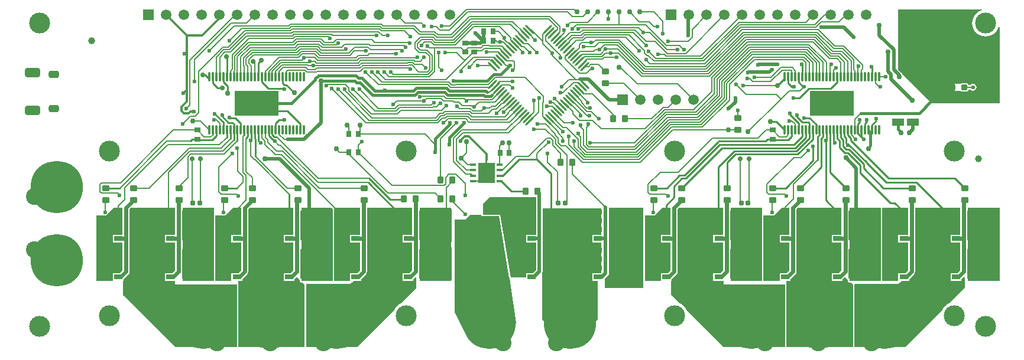
<source format=gtl>
G04*
G04 #@! TF.GenerationSoftware,Altium Limited,Altium Designer,20.0.11 (256)*
G04*
G04 Layer_Physical_Order=1*
G04 Layer_Color=255*
%FSLAX25Y25*%
%MOIN*%
G70*
G01*
G75*
%ADD11C,0.02362*%
%ADD12C,0.00984*%
%ADD14C,0.00600*%
%ADD16C,0.01968*%
%ADD17C,0.00800*%
%ADD19C,0.01575*%
%ADD30R,0.06693X0.03937*%
G04:AMPARAMS|DCode=31|XSize=39.37mil|YSize=35.43mil|CornerRadius=4.43mil|HoleSize=0mil|Usage=FLASHONLY|Rotation=180.000|XOffset=0mil|YOffset=0mil|HoleType=Round|Shape=RoundedRectangle|*
%AMROUNDEDRECTD31*
21,1,0.03937,0.02657,0,0,180.0*
21,1,0.03051,0.03543,0,0,180.0*
1,1,0.00886,-0.01526,0.01329*
1,1,0.00886,0.01526,0.01329*
1,1,0.00886,0.01526,-0.01329*
1,1,0.00886,-0.01526,-0.01329*
%
%ADD31ROUNDEDRECTD31*%
G04:AMPARAMS|DCode=32|XSize=39.37mil|YSize=35.43mil|CornerRadius=4.43mil|HoleSize=0mil|Usage=FLASHONLY|Rotation=270.000|XOffset=0mil|YOffset=0mil|HoleType=Round|Shape=RoundedRectangle|*
%AMROUNDEDRECTD32*
21,1,0.03937,0.02657,0,0,270.0*
21,1,0.03051,0.03543,0,0,270.0*
1,1,0.00886,-0.01329,-0.01526*
1,1,0.00886,-0.01329,0.01526*
1,1,0.00886,0.01329,0.01526*
1,1,0.00886,0.01329,-0.01526*
%
%ADD32ROUNDEDRECTD32*%
%ADD33R,0.03543X0.01181*%
G04:AMPARAMS|DCode=35|XSize=11.81mil|YSize=70.87mil|CornerRadius=0mil|HoleSize=0mil|Usage=FLASHONLY|Rotation=45.000|XOffset=0mil|YOffset=0mil|HoleType=Round|Shape=Round|*
%AMOVALD35*
21,1,0.05906,0.01181,0.00000,0.00000,135.0*
1,1,0.01181,0.02088,-0.02088*
1,1,0.01181,-0.02088,0.02088*
%
%ADD35OVALD35*%

G04:AMPARAMS|DCode=36|XSize=11.81mil|YSize=70.87mil|CornerRadius=0mil|HoleSize=0mil|Usage=FLASHONLY|Rotation=315.000|XOffset=0mil|YOffset=0mil|HoleType=Round|Shape=Round|*
%AMOVALD36*
21,1,0.05906,0.01181,0.00000,0.00000,45.0*
1,1,0.01181,-0.02088,-0.02088*
1,1,0.01181,0.02088,0.02088*
%
%ADD36OVALD36*%

%ADD37R,0.25000X0.14213*%
%ADD38O,0.01181X0.05512*%
%ADD39R,0.02756X0.03347*%
%ADD40R,0.03347X0.02756*%
G04:AMPARAMS|DCode=41|XSize=23.62mil|YSize=23.62mil|CornerRadius=2.36mil|HoleSize=0mil|Usage=FLASHONLY|Rotation=90.000|XOffset=0mil|YOffset=0mil|HoleType=Round|Shape=RoundedRectangle|*
%AMROUNDEDRECTD41*
21,1,0.02362,0.01890,0,0,90.0*
21,1,0.01890,0.02362,0,0,90.0*
1,1,0.00472,0.00945,0.00945*
1,1,0.00472,0.00945,-0.00945*
1,1,0.00472,-0.00945,-0.00945*
1,1,0.00472,-0.00945,0.00945*
%
%ADD41ROUNDEDRECTD41*%
G04:AMPARAMS|DCode=42|XSize=31.5mil|YSize=31.5mil|CornerRadius=3.94mil|HoleSize=0mil|Usage=FLASHONLY|Rotation=0.000|XOffset=0mil|YOffset=0mil|HoleType=Round|Shape=RoundedRectangle|*
%AMROUNDEDRECTD42*
21,1,0.03150,0.02362,0,0,0.0*
21,1,0.02362,0.03150,0,0,0.0*
1,1,0.00787,0.01181,-0.01181*
1,1,0.00787,-0.01181,-0.01181*
1,1,0.00787,-0.01181,0.01181*
1,1,0.00787,0.01181,0.01181*
%
%ADD42ROUNDEDRECTD42*%
%ADD48R,0.09803X0.11811*%
%ADD69C,0.00984*%
%ADD70C,0.03937*%
%ADD71C,0.03000*%
%ADD72R,0.05906X0.18504*%
%ADD73R,0.04528X0.02756*%
%ADD74R,0.08661X0.16535*%
%ADD75C,0.01181*%
%ADD76C,0.00799*%
%ADD77C,0.29528*%
%ADD78C,0.11811*%
G04:AMPARAMS|DCode=79|XSize=51.18mil|YSize=86.61mil|CornerRadius=12.8mil|HoleSize=0mil|Usage=FLASHONLY|Rotation=90.000|XOffset=0mil|YOffset=0mil|HoleType=Round|Shape=RoundedRectangle|*
%AMROUNDEDRECTD79*
21,1,0.05118,0.06102,0,0,90.0*
21,1,0.02559,0.08661,0,0,90.0*
1,1,0.02559,0.03051,0.01280*
1,1,0.02559,0.03051,-0.01280*
1,1,0.02559,-0.03051,-0.01280*
1,1,0.02559,-0.03051,0.01280*
%
%ADD79ROUNDEDRECTD79*%
G04:AMPARAMS|DCode=80|XSize=41.34mil|YSize=57.48mil|CornerRadius=10.34mil|HoleSize=0mil|Usage=FLASHONLY|Rotation=90.000|XOffset=0mil|YOffset=0mil|HoleType=Round|Shape=RoundedRectangle|*
%AMROUNDEDRECTD80*
21,1,0.04134,0.03681,0,0,90.0*
21,1,0.02067,0.05748,0,0,90.0*
1,1,0.02067,0.01841,0.01034*
1,1,0.02067,0.01841,-0.01034*
1,1,0.02067,-0.01841,-0.01034*
1,1,0.02067,-0.01841,0.01034*
%
%ADD80ROUNDEDRECTD80*%
%ADD81C,0.05906*%
%ADD82R,0.05906X0.05906*%
%ADD83C,0.09449*%
%ADD84C,0.02953*%
%ADD85C,0.02756*%
%ADD86C,0.02362*%
%ADD87C,0.03150*%
G36*
X262303Y107874D02*
X261319D01*
Y109843D01*
X262303D01*
Y107874D01*
D02*
G37*
G36*
X289894Y83051D02*
X289895Y83047D01*
X289894Y83042D01*
X289914Y82946D01*
Y67512D01*
X284240D01*
Y63157D01*
X289914D01*
Y61496D01*
X289894Y61398D01*
X289914Y61299D01*
Y47603D01*
X288169Y45858D01*
X284240D01*
Y43307D01*
X275590D01*
X269685Y78740D01*
X259842D01*
X259842Y84646D01*
X263779Y88583D01*
X289894D01*
Y83051D01*
D02*
G37*
G36*
X190489Y82677D02*
Y67512D01*
X185027D01*
Y63158D01*
X190489D01*
Y47493D01*
X188854Y45858D01*
X185027D01*
Y41504D01*
X184596Y41339D01*
X176047D01*
Y82677D01*
X190489Y82677D01*
D02*
G37*
G36*
X242126Y41339D02*
X224409D01*
Y82677D01*
X242126D01*
Y41339D01*
D02*
G37*
G36*
X175197Y82053D02*
Y41339D01*
X157480D01*
Y82677D01*
X174573D01*
X175197Y82053D01*
D02*
G37*
G36*
X123560Y67512D02*
X118098D01*
Y63158D01*
X123560D01*
Y47493D01*
X121925Y45858D01*
X118098D01*
Y41504D01*
X117667Y41339D01*
X109067D01*
Y61232D01*
X109055D01*
Y62784D01*
X109067D01*
Y78347D01*
X114567D01*
X118897Y82677D01*
X123560D01*
Y67512D01*
D02*
G37*
G36*
X108268Y78425D02*
X108252Y78347D01*
Y62843D01*
X108240Y62784D01*
Y61232D01*
X108252Y61173D01*
Y41339D01*
X90551D01*
Y82677D01*
X108268D01*
Y78425D01*
D02*
G37*
G36*
X56630Y67512D02*
X51169D01*
Y63158D01*
X56630D01*
Y47493D01*
X54996Y45858D01*
X51169D01*
Y41504D01*
X50738Y41339D01*
X42126D01*
Y78347D01*
X47244D01*
X51575Y82677D01*
X56630D01*
Y67512D01*
D02*
G37*
G36*
X220016D02*
X214555D01*
Y63158D01*
X220016D01*
Y47493D01*
X218382Y45858D01*
X214555D01*
Y41504D01*
X220681D01*
Y42446D01*
X221979Y43744D01*
X222441Y43553D01*
Y37402D01*
X213641Y28602D01*
X212353Y27913D01*
X211212Y26977D01*
X210276Y25836D01*
X209587Y24548D01*
X188976Y3937D01*
X160264D01*
Y39370D01*
X160424Y39566D01*
X185039D01*
X187192Y41504D01*
X191153D01*
Y42446D01*
X193935Y45228D01*
X193936Y45228D01*
X194373Y45883D01*
X194527Y46656D01*
X194527Y46656D01*
Y65335D01*
Y82677D01*
X220016D01*
Y67512D01*
D02*
G37*
G36*
X153087D02*
X147626D01*
Y63158D01*
X153087D01*
Y47493D01*
X151453Y45858D01*
X147626D01*
Y41504D01*
X153752D01*
Y42447D01*
X155062Y43757D01*
X156287Y42531D01*
Y42114D01*
X156665D01*
Y41339D01*
X156727Y41027D01*
X156904Y40762D01*
X157168Y40586D01*
X157480Y40524D01*
X158295D01*
X159449Y39370D01*
Y3937D01*
X122047D01*
Y39370D01*
Y41504D01*
X124224D01*
Y42446D01*
X127006Y45228D01*
X127006Y45228D01*
X127444Y45883D01*
X127470Y46012D01*
X127598Y46656D01*
X127598Y46656D01*
Y65335D01*
Y82026D01*
X128249Y82677D01*
X153087D01*
Y67512D01*
D02*
G37*
G36*
X86158D02*
X80697D01*
Y63158D01*
X86158D01*
Y47493D01*
X84524Y45858D01*
X80697D01*
Y41504D01*
X86221D01*
Y39370D01*
X121232D01*
Y3937D01*
X86614D01*
X57087Y33464D01*
Y41504D01*
X57295D01*
Y42446D01*
X60077Y45228D01*
X60077Y45228D01*
X60515Y45883D01*
X60540Y46012D01*
X60669Y46656D01*
X60669Y46656D01*
Y65335D01*
Y82026D01*
X61320Y82677D01*
X86158D01*
Y67512D01*
D02*
G37*
G36*
X259090Y78428D02*
X259266Y78164D01*
X259531Y77987D01*
X259842Y77925D01*
X268995D01*
X274787Y43173D01*
X274819Y43086D01*
X274838Y42995D01*
X274875Y42939D01*
X274899Y42876D01*
X274963Y42808D01*
X275014Y42731D01*
X275030Y42720D01*
X278740Y17717D01*
X268898Y2756D01*
X250000Y11811D01*
X244094Y23622D01*
Y75984D01*
X250000D01*
X252756Y78740D01*
X259028D01*
X259090Y78428D01*
D02*
G37*
G36*
X541022Y194882D02*
X541163Y194709D01*
X540987Y194133D01*
X540426Y193963D01*
X539124Y193268D01*
X537984Y192331D01*
X537047Y191190D01*
X536352Y189889D01*
X535923Y188477D01*
X535779Y187008D01*
X535923Y185539D01*
X536352Y184127D01*
X537047Y182825D01*
X537984Y181685D01*
X539124Y180748D01*
X540426Y180053D01*
X541838Y179624D01*
X543307Y179480D01*
X544776Y179624D01*
X546188Y180053D01*
X547490Y180748D01*
X548631Y181685D01*
X549567Y182825D01*
X550262Y184127D01*
X550432Y184687D01*
X551008Y184864D01*
X551181Y184723D01*
X551181Y141732D01*
X512992D01*
X496172Y158553D01*
X496168Y158570D01*
X495774Y159160D01*
X494095Y160839D01*
X494095Y185039D01*
Y194882D01*
X541022Y194882D01*
D02*
G37*
G36*
X365686Y67512D02*
X360224D01*
Y63158D01*
X365686D01*
Y47493D01*
X364051Y45858D01*
X360224D01*
Y41504D01*
X359793Y41339D01*
X351181D01*
Y78347D01*
X356693Y78347D01*
X361023Y82677D01*
X365686D01*
Y67512D01*
D02*
G37*
G36*
X499544Y82677D02*
Y67512D01*
X494082D01*
Y63158D01*
X499544D01*
Y47493D01*
X497910Y45858D01*
X494082D01*
Y41504D01*
X493651Y41339D01*
X485102D01*
Y82677D01*
X499544Y82677D01*
D02*
G37*
G36*
X551181Y41339D02*
X533464D01*
Y82677D01*
X551181D01*
Y41339D01*
D02*
G37*
G36*
X484252D02*
X466535D01*
Y82677D01*
X484252D01*
Y41339D01*
D02*
G37*
G36*
X432615Y67512D02*
X427153D01*
Y63158D01*
X432615D01*
Y47493D01*
X430981Y45858D01*
X427153D01*
Y41504D01*
X426722Y41339D01*
X418122D01*
Y61232D01*
X418110D01*
Y62784D01*
X418122D01*
Y78347D01*
X424016D01*
X428346Y82677D01*
X432615D01*
Y67512D01*
D02*
G37*
G36*
X417323Y78425D02*
X417307Y78347D01*
Y62844D01*
X417295Y62784D01*
Y61232D01*
X417307Y61173D01*
Y41339D01*
X399606D01*
Y82677D01*
X417323D01*
Y78425D01*
D02*
G37*
G36*
X350394Y78485D02*
X350366Y78347D01*
Y41339D01*
X350394Y41200D01*
Y37402D01*
X328740D01*
Y42704D01*
X330419Y44383D01*
X330814Y44973D01*
X330952Y45669D01*
Y65354D01*
Y82677D01*
X350394D01*
Y78485D01*
D02*
G37*
G36*
X529071Y67512D02*
X523610D01*
Y63158D01*
X529071D01*
Y47493D01*
X527437Y45858D01*
X523610D01*
Y41504D01*
X529736D01*
Y42446D01*
X531034Y43744D01*
X531496Y43553D01*
Y37402D01*
X522696Y28602D01*
X521408Y27913D01*
X520267Y26977D01*
X519331Y25836D01*
X518642Y24548D01*
X498031Y3937D01*
X469319D01*
Y39370D01*
X469480Y39566D01*
X494094D01*
X496247Y41504D01*
X500209D01*
Y42446D01*
X502991Y45228D01*
X502991Y45228D01*
X503428Y45883D01*
X503582Y46656D01*
X503582Y46656D01*
Y65335D01*
Y82677D01*
X529071D01*
Y67512D01*
D02*
G37*
G36*
X462142D02*
X456681D01*
Y63158D01*
X462142D01*
Y47493D01*
X460508Y45858D01*
X456681D01*
Y41504D01*
X462807D01*
Y42446D01*
X464117Y43757D01*
X465343Y42531D01*
Y42114D01*
X465721D01*
Y41339D01*
X465782Y41027D01*
X465959Y40762D01*
X466223Y40586D01*
X466535Y40524D01*
X467350D01*
X468504Y39370D01*
Y3937D01*
X431102D01*
Y39370D01*
Y41504D01*
X433280D01*
Y42446D01*
X436062Y45228D01*
X436062Y45228D01*
X436499Y45883D01*
X436525Y46012D01*
X436653Y46656D01*
X436653Y46656D01*
Y65335D01*
Y82026D01*
X437304Y82677D01*
X462142D01*
Y67512D01*
D02*
G37*
G36*
X395213D02*
X389752D01*
Y63158D01*
X395213D01*
Y47493D01*
X393579Y45858D01*
X389752D01*
Y41504D01*
X395669D01*
Y39370D01*
X430288D01*
Y3937D01*
X395669D01*
X375059Y24548D01*
X374370Y25836D01*
X373434Y26977D01*
X372293Y27913D01*
X371004Y28602D01*
X366142Y33464D01*
X366142Y41504D01*
X366350D01*
Y42446D01*
X369132Y45228D01*
X369132Y45228D01*
X369570Y45883D01*
X369596Y46012D01*
X369724Y46656D01*
X369724Y46656D01*
Y65335D01*
Y82026D01*
X370375Y82677D01*
X395213D01*
Y67512D01*
D02*
G37*
G36*
X326772Y67512D02*
X321642D01*
Y63157D01*
X326772D01*
Y45879D01*
X326751Y45858D01*
X321642D01*
Y41504D01*
X324372D01*
X324803Y41339D01*
Y19685D01*
X309055Y3937D01*
X293307Y19685D01*
Y45997D01*
X293412Y46154D01*
X293550Y46850D01*
Y61417D01*
Y65354D01*
Y82284D01*
X326772D01*
Y67512D01*
D02*
G37*
%LPC*%
G36*
X532480Y153185D02*
X530118D01*
X529653Y153092D01*
X529258Y152829D01*
X529210Y152756D01*
X525984D01*
Y148819D01*
X529210D01*
X529258Y148746D01*
X529653Y148483D01*
X530118Y148390D01*
X532480D01*
X532946Y148483D01*
X533340Y148746D01*
X533604Y149141D01*
X533688Y149565D01*
X534656D01*
X534793Y149360D01*
X535448Y148922D01*
X536221Y148768D01*
X536993Y148922D01*
X537648Y149360D01*
X538086Y150015D01*
X538240Y150787D01*
X538086Y151560D01*
X537648Y152215D01*
X536993Y152653D01*
X536221Y152806D01*
X535448Y152653D01*
X534793Y152215D01*
X534656Y152010D01*
X533688D01*
X533604Y152434D01*
X533340Y152829D01*
X532946Y153092D01*
X532480Y153185D01*
D02*
G37*
%LPD*%
D11*
X434634Y82862D02*
X438976Y87205D01*
X434634Y65335D02*
Y82862D01*
X367705D02*
X372047Y87205D01*
X367705Y65335D02*
Y82862D01*
X363287Y43681D02*
X364730D01*
X367705Y46656D01*
X363287Y65335D02*
X367705D01*
Y46656D02*
Y65335D01*
X526673Y43681D02*
X528116D01*
X531090Y46656D01*
X526673Y65335D02*
X531090D01*
Y87205D02*
X531496D01*
X531090Y46656D02*
Y65335D01*
X497146Y43681D02*
X498588D01*
X501563Y46656D01*
X497146Y65335D02*
X501563D01*
Y87205D02*
X501968D01*
X501563Y46656D02*
Y65335D01*
X459744Y43681D02*
X461186D01*
X464161Y46656D01*
X459744Y65335D02*
X464161D01*
Y87205D02*
X464567D01*
X464161Y46656D02*
Y65335D01*
X430217Y43681D02*
X431659D01*
X434634Y46656D01*
X430217Y65335D02*
X434634D01*
Y46656D02*
Y65335D01*
X397232Y46656D02*
Y65335D01*
Y87205D02*
X397638D01*
X392815Y65335D02*
X397232D01*
X394257Y43681D02*
X397232Y46656D01*
X392815Y43681D02*
X394257D01*
X125579Y82862D02*
X129921Y87205D01*
X125579Y65335D02*
Y82862D01*
X83760Y43681D02*
X85202D01*
X88177Y46656D01*
X83760Y65335D02*
X88177D01*
Y87205D02*
X88582D01*
X88177Y46656D02*
Y65335D01*
X125579Y46656D02*
Y65335D01*
X121161D02*
X125579D01*
X122604Y43681D02*
X125579Y46656D01*
X121161Y43681D02*
X122604D01*
X155106Y46656D02*
Y65335D01*
Y87205D02*
X155512D01*
X150689Y65335D02*
X155106D01*
X152131Y43681D02*
X155106Y46656D01*
X150689Y43681D02*
X152131D01*
X192508Y46656D02*
Y65335D01*
Y87205D02*
X192913D01*
X188090Y65335D02*
X192508D01*
X189533Y43681D02*
X192508Y46656D01*
X188090Y43681D02*
X189533D01*
X222035Y46656D02*
Y65335D01*
Y87205D02*
X222441D01*
X217618Y65335D02*
X222035D01*
X219060Y43681D02*
X222035Y46656D01*
X217618Y43681D02*
X219060D01*
X58649Y46656D02*
Y65335D01*
X54232D02*
X58649D01*
X55674Y43681D02*
X58649Y46656D01*
X54232Y43681D02*
X55674D01*
X192508Y65335D02*
Y87205D01*
Y65335D02*
Y87205D01*
Y65335D02*
Y87205D01*
Y65335D02*
Y87205D01*
X88177Y65335D02*
Y87205D01*
Y65335D02*
Y87205D01*
Y65335D02*
Y87205D01*
X155106Y65335D02*
Y87205D01*
Y65335D02*
Y87205D01*
Y65335D02*
Y87205D01*
Y65335D02*
Y87205D01*
X222035Y65335D02*
Y87205D01*
Y65335D02*
Y87205D01*
Y65335D02*
Y87205D01*
Y65335D02*
Y87205D01*
X501563Y65335D02*
Y87205D01*
Y65335D02*
Y87205D01*
Y65335D02*
Y87205D01*
Y65335D02*
Y87205D01*
X397232Y65335D02*
Y87205D01*
Y65335D02*
Y87205D01*
Y65335D02*
Y87205D01*
Y65335D02*
Y87205D01*
X464161Y65335D02*
Y87205D01*
Y65335D02*
Y87205D01*
Y65335D02*
Y87205D01*
Y65335D02*
Y87205D01*
X531090Y65335D02*
Y87205D01*
Y65335D02*
Y87205D01*
Y65335D02*
Y87205D01*
Y65335D02*
Y87205D01*
X88177Y65335D02*
Y87205D01*
X58649Y65335D02*
Y82862D01*
X62992Y87205D01*
D12*
X119488Y121063D02*
Y130118D01*
X121457Y120275D02*
Y126772D01*
X108661Y135827D02*
X113496Y130992D01*
X112992Y134299D02*
Y135039D01*
X116929Y133205D02*
Y133858D01*
X110280Y150393D02*
X112992D01*
X113669Y153748D02*
X116142Y151275D01*
Y147244D02*
Y151275D01*
X113669Y153748D02*
Y156693D01*
X107677Y152996D02*
X110280Y150393D01*
X107677Y152996D02*
Y156693D01*
X116929Y133205D02*
X116929Y133205D01*
X117059Y133335D01*
X120371D01*
X113496Y126772D02*
Y130992D01*
X116472Y130819D02*
X118787D01*
X112992Y134299D02*
X116472Y130819D01*
X143110Y137401D02*
Y141732D01*
X149102Y152079D02*
X153543Y147638D01*
X147965Y152079D02*
X149102D01*
X363287Y84153D02*
X367717Y88583D01*
X363287Y80335D02*
Y84153D01*
X367717Y88583D02*
Y94874D01*
X363583Y93898D02*
X370756Y101071D01*
X356299Y93898D02*
X363583D01*
X367717Y94874D02*
X372130Y99287D01*
X489764Y85346D02*
X492134D01*
X472748Y102362D02*
X489764Y85346D01*
X492134D02*
X497146Y80335D01*
X488575Y99266D02*
X526127D01*
X467212Y120629D02*
X488575Y99266D01*
X467212Y120629D02*
Y121960D01*
X465551Y123620D02*
X467212Y121960D01*
X465551Y123620D02*
Y126772D01*
X464700Y119157D02*
X465747Y118110D01*
X466439D01*
X462916Y117444D02*
Y121211D01*
Y117444D02*
X464786Y115575D01*
X466452D01*
X474531Y107495D01*
X461133Y116705D02*
Y120472D01*
Y116705D02*
X464047Y113791D01*
X465713D01*
X472748Y106757D01*
X459646Y121959D02*
X461133Y120472D01*
X459646Y121959D02*
Y126772D01*
X457677Y119881D02*
Y126772D01*
Y119881D02*
X458267Y119291D01*
X463583Y123066D02*
X464700Y121949D01*
X463583Y123066D02*
Y126772D01*
X464700Y119157D02*
Y121949D01*
X461614Y122513D02*
Y126772D01*
Y122513D02*
X462916Y121211D01*
X455709Y102756D02*
Y126772D01*
Y102756D02*
X464567Y93898D01*
X453149Y86930D02*
Y120866D01*
Y86930D02*
X459744Y80335D01*
X453740Y121457D02*
Y126772D01*
X453149Y120866D02*
X453740Y121457D01*
X450676Y105598D02*
Y121936D01*
X450874Y122134D01*
X438976Y93898D02*
X450676Y105598D01*
X448732Y109596D02*
Y122843D01*
X472748Y102362D02*
Y106757D01*
X448732Y122843D02*
X449803Y123913D01*
X466439Y118110D02*
X476315Y108234D01*
X474531Y104973D02*
Y107495D01*
Y104973D02*
X485607Y93898D01*
X501968D01*
X476315Y107937D02*
Y108234D01*
Y107937D02*
X487291Y96961D01*
X446063Y109449D02*
Y117323D01*
X473425Y122638D02*
X474803Y121260D01*
X477953Y116929D02*
Y126181D01*
Y116929D02*
X478740Y117717D01*
Y126181D01*
X487291Y96961D02*
X504213D01*
X402276Y112906D02*
X437357D01*
X401600Y114752D02*
X436682D01*
X394685Y116535D02*
X435943D01*
X435204Y118319D02*
X439960Y123075D01*
X393274Y118319D02*
X435204D01*
X439960Y123075D02*
Y126772D01*
X101969Y157874D02*
X103149D01*
X115354Y168110D02*
X115551Y167914D01*
X195686Y99266D02*
X207649Y87303D01*
X195157Y96961D02*
X211783Y80335D01*
X280352Y110039D02*
X290449D01*
X271100Y100787D02*
X280352Y110039D01*
X275984Y92126D02*
X284055D01*
X270472Y97638D02*
X275984Y92126D01*
X105512Y155512D02*
X105709Y155709D01*
X115551Y156693D02*
Y167914D01*
X144926Y132283D02*
X148031D01*
X143110Y137401D02*
X149606D01*
X147047Y152996D02*
X147965Y152079D01*
X147047Y152996D02*
Y156693D01*
X211783Y80335D02*
X217618D01*
X207649Y87303D02*
X215846D01*
X135236Y153740D02*
Y156693D01*
X114173Y93898D02*
X121457D01*
X450874Y122134D02*
X451771Y123031D01*
Y126772D01*
X449803Y123913D02*
Y126772D01*
X422047Y131496D02*
X425394D01*
X430118Y126772D01*
X479417Y129717D02*
X481496Y131795D01*
X476378Y131265D02*
Y132283D01*
X475393Y130281D02*
X476378Y131265D01*
X475393Y126772D02*
Y130281D01*
X471456Y130119D02*
X472440Y131102D01*
X433071Y135320D02*
Y136221D01*
X437007Y133906D02*
Y135039D01*
X447835Y126772D02*
X447921Y126858D01*
Y127559D01*
X447835Y127472D02*
X447921Y127559D01*
X447835Y127472D02*
Y129630D01*
X113583Y156693D02*
X113669D01*
X143110Y130468D02*
X144926Y132283D01*
X143110Y126772D02*
Y130468D01*
X479331Y156693D02*
Y162106D01*
X120371Y133335D02*
X123425Y130280D01*
Y126772D02*
Y130280D01*
X113496Y126772D02*
X113583D01*
X392519Y80630D02*
Y105672D01*
X437357Y112906D02*
X445866Y121414D01*
X479331Y126772D02*
X479417D01*
X473425Y122638D02*
Y126772D01*
X477362D02*
X477953Y126181D01*
X478740Y126181D02*
X479331Y126772D01*
X504213Y96961D02*
X520838Y80335D01*
X526127Y99266D02*
X531496Y93898D01*
X520838Y80335D02*
X526673D01*
X463583Y126772D02*
X463669Y126685D01*
X423228Y121260D02*
X423547Y120941D01*
X433968Y126772D02*
X434055D01*
X392519Y80630D02*
X392815Y80335D01*
X445866Y121414D02*
Y126772D01*
X436682Y114752D02*
X443897Y121968D01*
Y126772D01*
X435943Y116535D02*
X441929Y122521D01*
Y126772D01*
X431921Y120941D02*
X433968Y122988D01*
X430118Y155709D02*
Y156693D01*
X459646Y153740D02*
Y156693D01*
X423547Y120941D02*
X431921D01*
X423228Y93898D02*
X430512D01*
X446063Y109449D01*
X94833Y120264D02*
X95829Y121260D01*
X98819D01*
X125307Y126685D02*
X125394Y126772D01*
X105709Y155709D02*
Y156693D01*
X109559Y126772D02*
X109646D01*
X98819Y121260D02*
X99138Y120941D01*
X156890Y126772D02*
Y130118D01*
X149606Y137401D02*
X156890Y130118D01*
X420239Y121260D02*
X423228D01*
X419243Y120264D02*
X420239Y121260D01*
X433968Y122988D02*
Y126772D01*
X479417D02*
Y129717D01*
X479134Y162303D02*
X479331Y162106D01*
X472440Y131102D02*
Y132283D01*
X443373Y130992D02*
X443898Y130468D01*
Y126772D02*
Y130468D01*
X433071Y135320D02*
X437992Y130399D01*
Y126772D02*
Y130399D01*
X437007Y133906D02*
X439921Y130992D01*
X443373D01*
X440945Y133465D02*
X441075Y133335D01*
X444130D01*
X447835Y129630D01*
X456035Y150130D02*
X459646Y153740D01*
X432087Y152996D02*
Y156693D01*
Y152996D02*
X433902Y151181D01*
X269272Y100787D02*
X271100D01*
X269272Y97638D02*
X270472D01*
X277903Y107590D02*
X280352Y110039D01*
X281102D01*
X290449Y109937D02*
X298228Y102157D01*
Y72834D02*
Y102157D01*
X477165Y116142D02*
X477362Y116339D01*
X471456Y124607D02*
Y130119D01*
Y124607D02*
X473425Y122638D01*
X397638Y93898D02*
Y108268D01*
X402276Y112906D01*
X392519Y105672D02*
X401600Y114752D01*
X439764Y163779D02*
X439960Y163583D01*
Y156693D02*
Y163583D01*
X392520Y120264D02*
X419243D01*
X392520Y120087D02*
Y120264D01*
X135236Y153740D02*
X138847Y150130D01*
X147508D01*
X148031Y149606D01*
X133268Y156693D02*
Y164370D01*
X135039Y166142D01*
X103149Y157874D02*
X105512Y155512D01*
X435039Y144882D02*
X438410D01*
X443658Y150130D01*
X456035D01*
X437992Y153578D02*
Y156693D01*
Y153578D02*
X440389Y151181D01*
X440945D01*
X433902Y151181D02*
X435433D01*
X425984Y151575D02*
X430118Y155709D01*
X372047Y93898D02*
X394685Y116535D01*
X372130Y99287D02*
X374243D01*
X393274Y118319D01*
X370756Y101071D02*
X373504D01*
X392520Y120087D01*
X47244Y93898D02*
X55315D01*
X125307Y123827D02*
Y126685D01*
X131299Y122197D02*
Y126772D01*
X127362Y123031D02*
Y126772D01*
X126464Y122134D02*
X127362Y123031D01*
X99138Y120941D02*
X107161D01*
X109559Y123338D01*
Y126772D01*
X115551Y122404D02*
Y126772D01*
X117520Y121850D02*
Y126772D01*
X83464Y80630D02*
X83760Y80335D01*
X118787Y130819D02*
X119488Y130118D01*
X129331Y121063D02*
Y126772D01*
X129134Y120866D02*
X129331Y121063D01*
X142331Y122724D02*
X143558D01*
X150689Y80335D02*
Y90510D01*
X131803Y111657D02*
Y119612D01*
X131299Y122197D02*
X131606Y121890D01*
X131590Y119825D02*
X131803Y119612D01*
X131589Y119825D02*
X131590D01*
X131589D02*
X131606Y119842D01*
Y121890D01*
X133268Y122751D02*
Y126772D01*
Y122751D02*
X133390Y122629D01*
Y120547D02*
Y122629D01*
Y120547D02*
X134646Y119291D01*
X141142Y123913D02*
Y126772D01*
Y123913D02*
X142331Y122724D01*
X139173Y123360D02*
X142281Y120252D01*
X139173Y123360D02*
Y126772D01*
D14*
X229839Y160866D02*
Y168292D01*
X227795Y170336D02*
X229839Y168292D01*
X99524Y136457D02*
Y154882D01*
X97533Y134465D02*
X99524Y136457D01*
X99491Y154915D02*
X99524Y154882D01*
X99491Y154915D02*
Y159708D01*
X95095Y134465D02*
X97533D01*
X99491Y159708D02*
X113169Y173386D01*
X226696Y142913D02*
X228189Y144406D01*
X226696Y142913D02*
X226772D01*
X211417D02*
X226696D01*
X228189Y144406D02*
X236377D01*
X224939Y145805D02*
X237935D01*
X200846Y152304D02*
X240130D01*
X202990Y153703D02*
X240710D01*
X205134Y155102D02*
X239039D01*
X229662Y156732D02*
X232677Y159747D01*
X207048Y156732D02*
X229662D01*
X229083Y158131D02*
X231238Y160287D01*
X209192Y158131D02*
X229083D01*
X228503Y159530D02*
X229839Y160866D01*
X223616Y159530D02*
X228503D01*
X219842Y163304D02*
X223616Y159530D01*
X224410Y145276D02*
X224939Y145805D01*
X200787Y159449D02*
X205134Y155102D01*
X239039D02*
X250472Y166535D01*
X207874Y159449D02*
X209192Y158131D01*
X197244Y159449D02*
X202990Y153703D01*
X240710D02*
X242363Y152050D01*
X193701Y159449D02*
X200846Y152304D01*
X240130D02*
X241783Y150651D01*
X237935Y145805D02*
X239237Y144504D01*
X212362Y140633D02*
X230790D01*
X212941Y139234D02*
X231370D01*
X213521Y137835D02*
X236653D01*
X211553Y135866D02*
X213521Y137835D01*
X197129Y135866D02*
X211553D01*
X236653Y137835D02*
X239370Y140551D01*
X210973Y137265D02*
X212941Y139234D01*
X198954Y137265D02*
X210973D01*
X231370Y139234D02*
X231981Y139845D01*
X233621D01*
X235508Y141732D01*
X235826D01*
X210393Y138665D02*
X212362Y140633D01*
X230790D02*
X232283Y142126D01*
X201099Y138665D02*
X210393D01*
X184334Y148661D02*
X197129Y135866D01*
X186614Y149606D02*
X198954Y137265D01*
X190157Y149606D02*
X201099Y138665D01*
X209449Y140945D02*
X211417Y142913D01*
X236377Y144406D02*
X237678Y143105D01*
X243027D01*
X243694Y142438D01*
X239237Y144504D02*
X249197D01*
X241783Y150651D02*
X244831D01*
X242363Y152050D02*
X244252D01*
X244645Y152444D01*
X263033D01*
X249197Y144504D02*
X250787Y142913D01*
X204331Y159449D02*
X207048Y156732D01*
X232677Y159747D02*
Y173146D01*
X228374Y171735D02*
X231238Y168871D01*
Y160287D02*
Y168871D01*
X218192Y161729D02*
X218898Y161024D01*
X217953Y163304D02*
X219842D01*
X217777Y163128D02*
X217953Y163304D01*
X192177Y163128D02*
X217777D01*
X221303Y163822D02*
X225547D01*
X220422Y164703D02*
X221303Y163822D01*
X217373Y164703D02*
X220422D01*
X217198Y164527D02*
X217373Y164703D01*
X191597Y164527D02*
X217198D01*
X221668Y165436D02*
X224491D01*
X221001Y166102D02*
X221668Y165436D01*
X216794Y166102D02*
X221001D01*
X216618Y165927D02*
X216794Y166102D01*
X191018Y165927D02*
X216618D01*
X222620Y167502D02*
X222834Y167716D01*
X221517Y172885D02*
X224067Y170336D01*
X227795D01*
X222917Y173465D02*
X224646Y171735D01*
X228374D01*
X216214Y167502D02*
X222620D01*
X216039Y167326D02*
X216214Y167502D01*
X190438Y167326D02*
X216039D01*
X225547Y163822D02*
X227559Y161811D01*
X235039Y162205D02*
Y170472D01*
Y162205D02*
X236614Y160630D01*
X215576Y174328D02*
X216409Y173495D01*
X213468Y171965D02*
X214173Y171260D01*
X195744Y169685D02*
X211023D01*
X192756Y161729D02*
X218192D01*
X199056Y176066D02*
X218309D01*
X224491Y165436D02*
X226772Y167717D01*
X225197Y174409D02*
X227083Y176296D01*
X222917Y175354D02*
X225257Y177695D01*
X222917Y173465D02*
Y175354D01*
X221517Y175934D02*
X224678Y179094D01*
X221517Y172885D02*
Y175934D01*
X237795Y130709D02*
X237922D01*
X240202Y132989D01*
X238478Y133243D02*
X239622Y134388D01*
X236913Y133243D02*
X238478D01*
X237898Y134643D02*
X239043Y135787D01*
X236334Y134643D02*
X237898D01*
X237318Y136042D02*
X238463Y137186D01*
X235754Y136042D02*
X237318D01*
X233259Y133546D02*
X235754Y136042D01*
X238463Y137186D02*
X252492D01*
X197470Y133546D02*
X233259D01*
X181889Y149127D02*
X197470Y133546D01*
X233838Y132147D02*
X236334Y134643D01*
X239043Y135787D02*
X251912D01*
X195806Y132147D02*
X233838D01*
X178347Y149606D02*
X195806Y132147D01*
X234418Y130748D02*
X236913Y133243D01*
X239622Y134388D02*
X251333D01*
X193980Y130748D02*
X234418D01*
X174803Y149925D02*
X193980Y130748D01*
X240202Y132989D02*
X250157D01*
X263033Y152444D02*
X266836Y156247D01*
X244831Y150651D02*
X244885Y150706D01*
X262626D01*
X236614Y160236D02*
Y160630D01*
X238583Y170472D02*
X244882D01*
X245276Y140157D02*
X246550Y138883D01*
X243694Y142438D02*
X246220D01*
X232677Y173146D02*
X247523D01*
X244364Y174758D02*
X254663Y185056D01*
X232192Y174758D02*
X244364D01*
X243785Y176157D02*
X254083Y186455D01*
X232772Y176157D02*
X243785D01*
X243205Y177556D02*
X253504Y187854D01*
X233351Y177556D02*
X243205D01*
X242626Y178955D02*
X252924Y189253D01*
X233931Y178955D02*
X242626D01*
X242046Y180354D02*
X252344Y190653D01*
X234510Y180354D02*
X242046D01*
X232718Y182147D02*
X234510Y180354D01*
X228740Y174015D02*
X229609Y173146D01*
X227083Y176296D02*
X230654D01*
X225257Y177695D02*
X231234D01*
X224678Y179094D02*
X231813D01*
X223966Y180748D02*
X232138D01*
X220637Y184076D02*
X223966Y180748D01*
X224546Y182147D02*
X232718D01*
X221217Y185476D02*
X224546Y182147D01*
X231102Y185039D02*
X233783D01*
X218309Y176066D02*
X218644Y175731D01*
X231234Y177695D02*
X232772Y176157D01*
X231813Y179094D02*
X233351Y177556D01*
X232138Y180748D02*
X233931Y178955D01*
X244882Y170472D02*
X248819Y166535D01*
X230654Y176296D02*
X232192Y174758D01*
X247523Y173146D02*
X250000Y170669D01*
X246220Y142438D02*
X248376Y140282D01*
X246550Y138883D02*
X252774D01*
X248376Y140282D02*
X253354D01*
X253651Y139985D01*
X254897D01*
X255118Y139764D01*
X252774Y138883D02*
X254174Y137484D01*
X252492Y137186D02*
X253594Y136084D01*
X251912Y135787D02*
X253759Y133940D01*
X251333Y134388D02*
X253180Y132541D01*
X250157Y132989D02*
X252004Y131142D01*
X250787Y142913D02*
X251645Y143771D01*
X272204Y133940D02*
X273934Y135670D01*
X253759Y133940D02*
X272204D01*
X273454Y132541D02*
X277122Y136209D01*
X253180Y132541D02*
X273454D01*
X275138Y131142D02*
X280365Y136369D01*
X252004Y131142D02*
X275138D01*
X90551Y129921D02*
X95095Y134465D01*
X90551Y129921D02*
X90626D01*
X265102Y143771D02*
X269624Y148293D01*
X251645Y143771D02*
X265102D01*
X266486Y142372D02*
X270916Y146801D01*
X257726Y142372D02*
X266486D01*
X255118Y139764D02*
X257726Y142372D01*
X262722Y150609D02*
X263982D01*
X262626Y150706D02*
X262722Y150609D01*
X263982D02*
X265220Y151847D01*
X190719Y159692D02*
X192756Y161729D01*
X166217Y159692D02*
X190719D01*
X190679Y161631D02*
X192177Y163128D01*
X166177Y161631D02*
X190679D01*
X190117Y163047D02*
X191597Y164527D01*
X164368Y163047D02*
X190117D01*
X189654Y164563D02*
X191018Y165927D01*
X166077Y164563D02*
X189654D01*
X189075Y165963D02*
X190438Y167326D01*
X166790Y165963D02*
X189075D01*
X194957Y168898D02*
X195744Y169685D01*
X189725Y168898D02*
X194957D01*
X188189Y167362D02*
X189725Y168898D01*
X167369Y167362D02*
X188189D01*
X187402Y171260D02*
X194095D01*
X195039Y173540D02*
X196614Y171965D01*
X187703Y173540D02*
X195039D01*
X196230Y174328D02*
X215576D01*
X195619Y174939D02*
X196230Y174328D01*
X181951Y174939D02*
X195619D01*
X184903Y168761D02*
X187402Y171260D01*
X167949Y168761D02*
X184903D01*
X184323Y170160D02*
X187703Y173540D01*
X168528Y170160D02*
X184323D01*
X177402Y177871D02*
X197251D01*
X175271Y179921D02*
X200000D01*
X152900Y182202D02*
X200944D01*
X152320Y183601D02*
X201524D01*
X151741Y185000D02*
X202104D01*
X151161Y186399D02*
X202683D01*
X165892Y159367D02*
X166217Y159692D01*
X165286Y165354D02*
X166077Y164563D01*
X165118Y167635D02*
X166790Y165963D01*
X160739Y159367D02*
X165892D01*
X165313Y160767D02*
X166177Y161631D01*
X161318Y160767D02*
X165313D01*
X159558Y160548D02*
X160739Y159367D01*
X160138Y161947D02*
X161318Y160767D01*
X196614Y171965D02*
X213468D01*
X180279Y173267D02*
X181951Y174939D01*
X162205Y165354D02*
X165286D01*
X165128Y169603D02*
X167369Y167362D01*
X166287Y172402D02*
X168528Y170160D01*
X203225Y179921D02*
X206299D01*
X200944Y182202D02*
X203225Y179921D01*
X174396Y180797D02*
X175271Y179921D01*
X151937Y181239D02*
X152900Y182202D01*
X151357Y182638D02*
X152320Y183601D01*
X150817Y184076D02*
X151741Y185000D01*
X150238Y185476D02*
X151161Y186399D01*
X202487Y182638D02*
X215787D01*
X203607Y185476D02*
X221217D01*
X202683Y186399D02*
X203607Y185476D01*
X203027Y184076D02*
X220637D01*
X202104Y185000D02*
X203027Y184076D01*
X201524Y183601D02*
X202487Y182638D01*
X153474Y180797D02*
X174396D01*
X197251Y177871D02*
X199056Y176066D01*
X182440Y152280D02*
X184334Y150387D01*
X172359Y152280D02*
X182440D01*
X171653Y151575D02*
X172359Y152280D01*
X174803Y149925D02*
Y150000D01*
X161187Y163047D02*
X164368D01*
X160887Y163346D02*
X161187Y163047D01*
X165708Y171002D02*
X167949Y168761D01*
X168799Y171868D02*
X182104D01*
X166867Y173801D02*
X168799Y171868D01*
X169379Y173267D02*
X180279D01*
X167446Y175200D02*
X169379Y173267D01*
X169958Y174667D02*
X177422D01*
X168026Y176599D02*
X169958Y174667D01*
X170538Y176066D02*
X175597D01*
X168605Y177998D02*
X170538Y176066D01*
X161596Y164746D02*
X162205Y165354D01*
X159367Y167635D02*
X165118D01*
X159055Y167323D02*
X159367Y167635D01*
X146118Y164746D02*
X161596D01*
X154633Y177998D02*
X168605D01*
X155213Y176599D02*
X168026D01*
X155792Y175200D02*
X167446D01*
X156372Y173801D02*
X166867D01*
X156951Y172402D02*
X166287D01*
X157531Y171002D02*
X165708D01*
X158111Y169603D02*
X165128D01*
X146697Y163346D02*
X160887D01*
X154054Y179398D02*
X172570D01*
X157877Y166145D02*
X159055Y167323D01*
X156142Y167634D02*
X158111Y169603D01*
X155562Y169034D02*
X157531Y171002D01*
X130491Y169034D02*
X155562D01*
X154983Y170433D02*
X156951Y172402D01*
X129911Y170433D02*
X154983D01*
X154403Y171832D02*
X156372Y173801D01*
X129332Y171832D02*
X154403D01*
X153823Y173231D02*
X155792Y175200D01*
X128752Y173231D02*
X153823D01*
X153244Y174630D02*
X155213Y176599D01*
X128173Y174630D02*
X153244D01*
X152664Y176030D02*
X154633Y177998D01*
X127593Y176030D02*
X152664D01*
X153002Y178346D02*
X154054Y179398D01*
X127931Y178346D02*
X153002D01*
X152517Y179839D02*
X153474Y180797D01*
X126786Y179839D02*
X152517D01*
X126206Y181239D02*
X151937D01*
X125627Y182638D02*
X151357D01*
X123830Y184076D02*
X150817D01*
X119728Y185476D02*
X150238D01*
X145049Y167634D02*
X156142D01*
X172570Y179398D02*
X173622Y178346D01*
X145538Y166145D02*
X157877D01*
X147277Y161947D02*
X160138D01*
X149815Y160548D02*
X159558D01*
X175597Y176066D02*
X177402Y177871D01*
X177422Y174667D02*
X178347Y175591D01*
X182104Y171868D02*
X182677Y172441D01*
X120054Y168491D02*
X127593Y176030D01*
X121453Y167911D02*
X128173Y174630D01*
X123425Y167904D02*
X128752Y173231D01*
X125039Y167539D02*
X129332Y171832D01*
X126438Y166960D02*
X129911Y170433D01*
X127838Y166380D02*
X130491Y169034D01*
X137205Y159790D02*
X145049Y167634D01*
X139173Y159780D02*
X145538Y166145D01*
X141142Y159769D02*
X146118Y164746D01*
X143110Y159759D02*
X146697Y163346D01*
X145079Y159749D02*
X147277Y161947D01*
X181889Y149127D02*
Y149606D01*
X184334Y148661D02*
Y150387D01*
X109646Y167884D02*
X113749Y171987D01*
X109646Y156693D02*
Y167884D01*
X111614Y167873D02*
X114328Y170587D01*
X111614Y156693D02*
Y167873D01*
X105512Y171260D02*
X119728Y185476D01*
X114328Y170587D02*
X117534D01*
X113749Y171987D02*
X116954D01*
X264948Y162992D02*
X265448Y162491D01*
X257087Y162992D02*
X264948D01*
X252362Y162205D02*
X256427Y166269D01*
X264060D01*
X247638Y160705D02*
X254601Y167668D01*
X266234D01*
X247638Y159843D02*
Y160705D01*
X267838Y165275D02*
Y166064D01*
X266234Y167668D02*
X267838Y166064D01*
Y165275D02*
X268232D01*
X264462Y165867D02*
Y166092D01*
X264060Y166269D02*
X264462Y165867D01*
X264856Y166262D02*
X266840Y164278D01*
X264632Y166262D02*
X264856D01*
X264462Y166092D02*
X264632Y166262D01*
X266840Y163883D02*
Y164278D01*
X118655Y169070D02*
X127931Y178346D01*
X259137Y137484D02*
X260630Y138976D01*
X263790D02*
X264971Y140157D01*
X260630Y138976D02*
X263790D01*
X253594Y136084D02*
X262877D01*
X265293Y138501D01*
X254174Y137484D02*
X259137D01*
X211260Y191732D02*
X215984Y187008D01*
X225197D01*
X226772Y185433D01*
X215787Y182638D02*
X218898Y179528D01*
X116929Y177175D02*
X123830Y184076D01*
X116929Y177165D02*
Y177175D01*
X233783Y185039D02*
X235670Y183153D01*
X248819Y166535D02*
X250472D01*
X255118Y171182D01*
Y171747D01*
X235670Y183153D02*
X240887D01*
X236614Y185433D02*
X241189D01*
X250637Y194882D01*
X240887Y183153D02*
X251185Y193451D01*
X280365Y136369D02*
Y137158D01*
X280760D01*
X265293Y138501D02*
X267378D01*
X264971Y140157D02*
X267056D01*
X273934Y135670D02*
Y136159D01*
X229609Y173146D02*
X232677D01*
X266836Y156247D02*
X283591D01*
X270916Y146407D02*
Y146801D01*
Y146407D02*
X271016Y146507D01*
Y146902D01*
X267056Y140157D02*
X272408Y145510D01*
X267378Y138501D02*
X270609Y141732D01*
X271809D01*
X305512Y181397D02*
Y183071D01*
X301917Y177803D02*
X305512Y181397D01*
X305620Y130709D02*
X310630D01*
X300563Y135766D02*
X305620Y130709D01*
X306487Y141334D02*
X310630Y137191D01*
X450597Y187680D02*
X460630D01*
X464682Y191732D01*
X466142D01*
X389024Y156419D02*
X408853Y176248D01*
X390424Y155840D02*
X409433Y174848D01*
X391823Y155260D02*
X410012Y173449D01*
X393222Y154681D02*
X410592Y172050D01*
X394621Y154101D02*
X411171Y170651D01*
X396021Y153521D02*
X411751Y169252D01*
X397420Y152942D02*
X412330Y167852D01*
X398819Y152362D02*
X412910Y166453D01*
X440315D01*
X442044Y164724D01*
X412330Y167852D02*
X440895D01*
X443898Y164849D01*
X411751Y169252D02*
X441474D01*
X445866Y164860D01*
X411171Y170651D02*
X442054D01*
X447835Y164870D01*
X410592Y172050D02*
X442633D01*
X449803Y164880D01*
X410012Y173449D02*
X443213D01*
X451493Y165169D01*
X409433Y174848D02*
X443792D01*
X453740Y164901D01*
X408853Y176248D02*
X446067D01*
X455385Y166929D01*
X408192Y146850D02*
X425197D01*
X402756Y152287D02*
X408192Y146850D01*
X402756Y152287D02*
Y152362D01*
X425197Y146850D02*
X427953Y144095D01*
X403543Y137795D02*
X403543Y137795D01*
X403543Y133268D02*
Y137795D01*
X408977Y155741D02*
X410326D01*
X387548Y156921D02*
X408273Y177647D01*
X386968Y158320D02*
X407694Y179046D01*
X386389Y159720D02*
X407114Y180445D01*
X385809Y161119D02*
X406535Y181844D01*
X385229Y162518D02*
X405955Y183244D01*
X384903Y164170D02*
X405375Y184643D01*
X384323Y165569D02*
X404796Y186042D01*
X356158Y165569D02*
X384323D01*
X383744Y166969D02*
X404216Y187441D01*
X357440Y166969D02*
X383744D01*
X382777Y168368D02*
X406142Y191732D01*
X363108Y168368D02*
X382777D01*
X353940Y164170D02*
X384903D01*
X410326Y155741D02*
X412048Y154019D01*
X422006D01*
X412992Y156299D02*
X422307D01*
X427955Y161947D01*
X422006Y154019D02*
X428535Y160548D01*
X375665Y176771D02*
X377871Y178977D01*
X364173Y176771D02*
X375665D01*
X377871Y178977D02*
Y183461D01*
X386142Y191732D01*
X374176Y169767D02*
X396142Y191732D01*
X363995Y169767D02*
X374176D01*
X372910Y172047D02*
X373228D01*
X370630Y174328D02*
X372910Y172047D01*
X351968Y166142D02*
X353940Y164170D01*
X351968Y166142D02*
Y166535D01*
X352848Y168880D02*
X356158Y165569D01*
X353248Y171160D02*
X357440Y166969D01*
X362184Y169291D02*
X363108Y168368D01*
X356990Y176772D02*
X363995Y169767D01*
X251185Y193451D02*
X307650D01*
X254663Y185056D02*
X269198D01*
X254083Y186455D02*
X275286D01*
X252344Y190653D02*
X297611D01*
X252924Y189253D02*
X297032D01*
X253504Y187854D02*
X276670D01*
X116375Y173386D02*
X125627Y182638D01*
X250000Y170669D02*
Y171653D01*
X251493Y173146D01*
X258888D01*
X259156Y171435D02*
X260615Y172895D01*
X256979Y171435D02*
X259156D01*
X256667Y171747D02*
X256979Y171435D01*
X255118Y171747D02*
X256667D01*
X260615Y172895D02*
X262755D01*
X258888Y173146D02*
X260036Y174294D01*
X250637Y194882D02*
X311417D01*
X312992Y193307D01*
X307650Y193451D02*
X310393Y190708D01*
X297611Y190653D02*
X303232Y185033D01*
X297032Y189253D02*
X301832Y184453D01*
X276670Y187854D02*
X283150Y181375D01*
X275286Y186455D02*
X281757Y179983D01*
X269198Y185056D02*
X275590Y178664D01*
X310393Y190708D02*
X316298D01*
X318898Y193307D01*
X309191Y187538D02*
X319034D01*
X307480Y185826D02*
X309191Y187538D01*
X275590Y177404D02*
Y178664D01*
X262755Y172895D02*
X262952Y172698D01*
X269161D01*
X263335Y174294D02*
X263532Y174098D01*
X270546D01*
X260036Y174294D02*
X263335D01*
X269161Y172698D02*
X272408Y169451D01*
X268110Y176378D02*
X269685D01*
X266929Y177559D02*
X268110Y176378D01*
X269685D02*
X271443D01*
X268503Y182283D02*
X272047Y178740D01*
Y177770D02*
Y178740D01*
X270546Y174098D02*
X273800Y170843D01*
X272047Y177770D02*
X276190Y173627D01*
X319034Y187538D02*
X324803Y193307D01*
X312516Y186139D02*
X336614D01*
X310236Y183858D02*
X312516Y186139D01*
X303232Y182126D02*
Y185033D01*
X301832Y183285D02*
Y184453D01*
X299133Y180587D02*
X301832Y183285D01*
X303232Y182126D02*
X303250Y182108D01*
Y181919D02*
Y182108D01*
X300525Y179195D02*
X303250Y181919D01*
X265748Y182283D02*
X268503D01*
X289355Y177559D02*
X289370D01*
X284936Y181978D02*
X289355Y177559D01*
X271443Y176378D02*
X275192Y172629D01*
X351771Y162518D02*
X385229D01*
X336191Y176120D02*
X351192Y161119D01*
X385809D01*
X350612Y159720D02*
X386389D01*
X350033Y158320D02*
X386968D01*
X349453Y156921D02*
X387548D01*
X350968Y170215D02*
X352304Y168880D01*
X350968Y170215D02*
Y171548D01*
X352304Y168880D02*
X352848D01*
X344660Y181717D02*
X351968Y174409D01*
X351893Y176772D02*
X356990D01*
X345549Y183116D02*
X351893Y176772D01*
X322910Y173622D02*
X325408Y176120D01*
X316535Y173622D02*
X322910D01*
X315591Y175902D02*
X320784D01*
X320866Y175984D01*
X322047D01*
X323582Y177519D01*
X318001Y178919D02*
X340373D01*
X317421Y180318D02*
X342198D01*
X316842Y181717D02*
X344660D01*
X316262Y183116D02*
X345549D01*
X314437Y184515D02*
X347768D01*
X313779Y183858D02*
X314437Y184515D01*
X347768D02*
X350394Y181890D01*
X314724Y181578D02*
X316262Y183116D01*
X315304Y180179D02*
X316842Y181717D01*
X315883Y178779D02*
X317421Y180318D01*
X342198D02*
X350968Y171548D01*
X316463Y177380D02*
X318001Y178919D01*
X340373D02*
X348031Y171260D01*
X323582Y177519D02*
X336770D01*
X336614Y186139D02*
X351580D01*
X336614D02*
X336614Y186139D01*
Y193307D01*
X342520D02*
X348031Y187795D01*
X353543D01*
X356299Y185039D01*
X358268D01*
X351580Y186139D02*
X363391Y174328D01*
X348425Y193307D02*
X356299D01*
X361417Y188189D01*
Y181102D02*
Y188189D01*
X353850Y181890D02*
X363693Y172047D01*
X350394Y181890D02*
X353850D01*
X363391Y174328D02*
X370630D01*
X363693Y172047D02*
X369685D01*
X406693Y151575D02*
X406693Y151575D01*
X425984D01*
X330709Y189370D02*
Y193307D01*
X335611Y174721D02*
X350612Y159720D01*
X328189Y174721D02*
X335611D01*
X325408Y176120D02*
X336191D01*
X336770Y177519D02*
X351771Y162518D01*
X325590Y172123D02*
X328189Y174721D01*
X358651Y169291D02*
X362184D01*
X309861Y180179D02*
X315304D01*
X310765Y178779D02*
X315883D01*
X312630Y177380D02*
X316463D01*
X308246Y172996D02*
X312630Y177380D01*
X325590Y172047D02*
Y172123D01*
X322215Y170948D02*
X323314Y172047D01*
X314550Y170948D02*
X322215D01*
X323314Y172047D02*
X325590D01*
X315934Y169549D02*
X326317D01*
X317319Y168150D02*
X326897D01*
X314445Y165275D02*
X317319Y168150D01*
X318758Y166750D02*
X327476D01*
X315891Y163883D02*
X318758Y166750D01*
X327476D02*
X328442Y167717D01*
X326897Y168150D02*
X328825Y170078D01*
X326317Y169549D02*
X329133Y172365D01*
X315837Y163883D02*
X315891D01*
X325082Y163698D02*
X329134Y159646D01*
X320709Y163698D02*
X325082D01*
X319503Y162491D02*
X320709Y163698D01*
X328825Y170078D02*
X331889D01*
X328442Y167717D02*
X335433D01*
X314255Y174567D02*
X315591Y175902D01*
X314255Y173194D02*
Y174567D01*
X310512Y169451D02*
X314255Y173194D01*
X313053Y166667D02*
X315934Y169549D01*
X329133Y172365D02*
Y172441D01*
X335913D01*
X331889Y170078D02*
X336296D01*
X311661Y168059D02*
X314550Y170948D01*
X335913Y172441D02*
X350033Y158320D01*
X336296Y170078D02*
X349453Y156921D01*
X337402Y162205D02*
X346850Y152756D01*
X336614Y162205D02*
X337402D01*
X346850Y152756D02*
X369528D01*
X317229Y162491D02*
X319503D01*
X308871Y181578D02*
X314724D01*
X303703Y176410D02*
X308871Y181578D01*
X304701Y175019D02*
X309861Y180179D01*
X308586Y176601D02*
X310765Y178779D01*
X369528Y152756D02*
X378583Y143701D01*
X408273Y177647D02*
X446646D01*
X455874Y168419D01*
X407694Y179046D02*
X447226D01*
X456454Y169818D01*
X407114Y180445D02*
X447805D01*
X457033Y171217D01*
X406535Y181844D02*
X448385D01*
X457613Y172617D01*
X405955Y183244D02*
X448965D01*
X458192Y174016D01*
X405375Y184643D02*
X447560D01*
X404796Y186042D02*
X446980D01*
X404216Y187441D02*
X441851D01*
X329134Y152953D02*
X339331D01*
X348583Y143701D01*
X433625Y160548D02*
X434055Y160118D01*
Y156693D02*
Y160118D01*
X436024Y156693D02*
Y160128D01*
X265748Y176378D02*
X266929Y177559D01*
X264961Y177165D02*
X265748Y176378D01*
X275192Y172235D02*
Y172629D01*
X276190Y173627D02*
X276584D01*
X275590Y177404D02*
X277976Y175019D01*
X283591Y156247D02*
X294012Y145826D01*
Y142437D02*
Y145826D01*
X293642Y142068D02*
X294012Y142437D01*
X293642Y134297D02*
Y142068D01*
X273934Y136159D02*
X275383Y137608D01*
X275873D02*
X277976Y139712D01*
X275383Y137608D02*
X275873D01*
X277384Y136171D02*
X278974Y137762D01*
X277160Y136171D02*
X277384D01*
X277122Y136209D02*
X277160Y136171D01*
X278974Y137762D02*
Y138550D01*
X279368D01*
X277976Y139712D02*
Y139942D01*
X273406Y143329D02*
Y144118D01*
X271809Y141732D02*
X273406Y143329D01*
Y144118D02*
X273800D01*
X307485Y172235D02*
Y172488D01*
X308246Y173249D01*
Y172996D02*
Y173249D01*
X307485Y172235D02*
X308246Y172996D01*
X299133Y133980D02*
Y134374D01*
X308877Y144118D02*
X309272D01*
X307485Y142331D02*
Y142726D01*
X300525Y135766D02*
X300563D01*
X451493Y156693D02*
X451772D01*
X441929D02*
X442044Y156808D01*
X451493Y156693D02*
Y165169D01*
X449803Y156693D02*
Y164880D01*
X447835Y156693D02*
Y164870D01*
X445866Y156693D02*
Y164860D01*
X443898Y156693D02*
Y164849D01*
X307485Y142331D02*
X308176Y141641D01*
X308964D01*
X306093Y141334D02*
X306487D01*
X117520Y156693D02*
Y159769D01*
X296350Y131590D02*
X296363D01*
X460433Y168307D02*
X463583Y165158D01*
X139173Y156693D02*
Y159780D01*
X461564Y169438D02*
X465551Y165451D01*
X141142Y156693D02*
Y159769D01*
X462695Y170569D02*
X467477Y165787D01*
X306093Y173627D02*
X308586Y176119D01*
X303309Y176410D02*
X303703D01*
X308586Y176119D02*
Y176601D01*
X137205Y156693D02*
Y159790D01*
X143110Y156693D02*
Y159759D01*
X281757Y179195D02*
X282152D01*
X281757D02*
Y179983D01*
X293642Y134297D02*
X296350Y131590D01*
X145079Y156693D02*
Y159749D01*
X283150Y180587D02*
X283544D01*
X149016Y156693D02*
Y159749D01*
X473425Y156693D02*
Y160610D01*
X473934Y161119D01*
X310269Y169451D02*
X310512D01*
X283150Y180587D02*
Y181375D01*
X119488Y156693D02*
Y159759D01*
X120054Y160325D01*
X117520Y159769D02*
X118655Y160905D01*
X121453Y156696D02*
X121457Y156693D01*
X149016Y159749D02*
X149815Y160548D01*
X308964Y141641D02*
X314961Y135644D01*
X310269Y145267D02*
Y145510D01*
X127362Y156693D02*
Y162824D01*
X126438Y163748D02*
X127362Y162824D01*
X125394Y156693D02*
Y162814D01*
X125039Y163169D02*
X125394Y162814D01*
X129331Y156693D02*
Y162835D01*
X127838Y164328D02*
X129331Y162835D01*
X127838Y164328D02*
Y166380D01*
X126438Y163748D02*
Y166960D01*
X125039Y163169D02*
Y167539D01*
X123425Y156693D02*
Y167904D01*
X121453Y156696D02*
Y167911D01*
X120054Y160325D02*
Y168491D01*
X118655Y160905D02*
Y169070D01*
X116954Y171987D02*
X126206Y181239D01*
X117534Y170587D02*
X126786Y179839D01*
X113169Y173386D02*
X116375D01*
X428535Y160548D02*
X433625D01*
X427955Y161947D02*
X434204D01*
X436024Y160128D01*
X453740Y156693D02*
Y164901D01*
X469076Y162879D02*
Y166308D01*
X473934Y161119D02*
Y163543D01*
X441851Y187441D02*
X446142Y191732D01*
X442044Y156808D02*
Y164724D01*
X452670Y191732D02*
X456142D01*
X446980Y186042D02*
X452670Y191732D01*
X447560Y184643D02*
X450597Y187680D01*
X455385Y166929D02*
X459550D01*
X461632Y164847D01*
X458192Y174016D02*
X463461D01*
X473934Y163543D01*
X457613Y172617D02*
X462768D01*
X469076Y166308D01*
X457033Y171217D02*
X462047D01*
X462695Y170569D01*
X456454Y169818D02*
X461185D01*
X461564Y169438D01*
X455874Y168419D02*
X460322D01*
X460433Y168307D01*
X265220Y152241D02*
X265448Y152469D01*
X265220Y151847D02*
Y152241D01*
X299133Y133980D02*
X304947Y128166D01*
X297742Y132982D02*
X305118Y125606D01*
X305118Y120472D02*
Y121947D01*
X296363Y131590D02*
X302149Y125804D01*
Y124917D02*
Y125804D01*
Y124917D02*
X305118Y121947D01*
X305118Y125590D02*
Y125606D01*
X318744Y134645D02*
X320078D01*
X310630Y135751D02*
Y137191D01*
X310269Y145267D02*
X318611Y136926D01*
X321023D01*
X309272Y144118D02*
X318744Y134645D01*
X314961Y134646D02*
Y135644D01*
X310630Y135751D02*
X314180Y132201D01*
X321599D01*
X319291Y129133D02*
Y129921D01*
X318192Y128035D02*
X319291Y129133D01*
X314960Y128261D02*
Y129527D01*
Y128261D02*
X316495Y126725D01*
X313779Y124019D02*
Y124803D01*
Y124019D02*
X315096Y122701D01*
X304947Y128166D02*
X306948D01*
X308268Y118377D02*
Y123228D01*
X389024Y148412D02*
Y156419D01*
X398819Y143382D02*
Y152362D01*
X397420Y144157D02*
Y152942D01*
X396021Y144737D02*
Y153521D01*
X394621Y145316D02*
Y154101D01*
X393222Y145947D02*
Y154681D01*
X391823Y146527D02*
Y155260D01*
X390424Y147106D02*
Y155840D01*
X348053Y110015D02*
X366308Y128270D01*
X383707D01*
X398819Y143382D01*
X347473Y111414D02*
X365729Y129670D01*
X382932D01*
X397420Y144157D01*
X346894Y112813D02*
X365149Y131069D01*
X382353D01*
X396021Y144737D01*
X346314Y114213D02*
X364570Y132468D01*
X381773D01*
X394621Y145316D01*
X345735Y115612D02*
X363990Y133867D01*
X381142D01*
X393222Y145947D01*
X345155Y117011D02*
X363410Y135266D01*
X380563D01*
X391823Y146527D01*
X345457Y119291D02*
X362831Y136666D01*
X379983D01*
X390424Y147106D01*
X362251Y138065D02*
X378677D01*
X389024Y148412D01*
X351427Y127241D02*
X362251Y138065D01*
X321599Y132201D02*
X326559Y127241D01*
X351427D01*
X321023Y136926D02*
X324878Y133071D01*
X325196D01*
X316630Y110015D02*
X348053D01*
X317210Y111414D02*
X347473D01*
X317789Y112813D02*
X346894D01*
X318369Y114213D02*
X346314D01*
X318948Y115612D02*
X345735D01*
X319528Y117011D02*
X345155D01*
X308268Y118377D02*
X316630Y110015D01*
X311417Y117207D02*
X317210Y111414D01*
X311417Y117207D02*
Y120472D01*
X306948Y128166D02*
X313697Y121417D01*
Y116906D02*
Y121417D01*
Y116906D02*
X317789Y112813D01*
X315096Y117485D02*
X318369Y114213D01*
X315096Y117485D02*
Y122701D01*
X316495Y118065D02*
Y126725D01*
Y118065D02*
X318948Y115612D01*
X318192Y118347D02*
X319528Y117011D01*
X318192Y118347D02*
Y128035D01*
X320472Y119291D02*
X345457D01*
X46850Y86811D02*
X47244Y87205D01*
X46850Y79921D02*
Y86811D01*
X113779Y79921D02*
Y86811D01*
X114173Y87205D01*
X355906Y79921D02*
Y86811D01*
X356299Y87205D01*
X422835Y79921D02*
Y86811D01*
X423228Y87205D01*
D16*
X168504Y154330D02*
X168712Y154539D01*
X158869Y121260D02*
X168504Y130894D01*
Y154330D01*
X464567Y111023D02*
X470472Y105118D01*
Y72835D02*
Y105118D01*
X149606Y121260D02*
X158869D01*
X402362Y142520D02*
Y144882D01*
X398425Y138583D02*
X402362Y142520D01*
X409449Y159055D02*
X409657Y159264D01*
X421468D01*
X422835Y160630D01*
X375590Y179921D02*
Y191181D01*
X376142Y191732D01*
X258582Y175787D02*
X259173Y176378D01*
X250000Y175787D02*
X258582D01*
X259173Y176378D02*
X259449D01*
X260236Y177165D01*
X319264Y155539D02*
X331102Y143701D01*
X314536Y155539D02*
X319264D01*
X259842Y177165D02*
X260236D01*
X255512Y181496D02*
X259842Y177165D01*
X260236D02*
Y182283D01*
X331102Y143701D02*
X338583D01*
X329134Y65354D02*
Y83071D01*
X324705Y65334D02*
X324725Y65354D01*
X329134D01*
X326772Y43307D02*
X329134Y45669D01*
X291732Y65354D02*
Y83071D01*
X290748Y92126D02*
X291712Y91161D01*
Y83051D02*
Y91161D01*
X291732Y61417D02*
Y65354D01*
X287303Y65334D02*
X287323Y65354D01*
X291732D01*
X288189Y43307D02*
X291732Y46850D01*
X291712Y61398D02*
X291732Y61417D01*
X329134Y45669D02*
Y65354D01*
X291712Y83051D02*
X291732Y83071D01*
Y46850D02*
Y61417D01*
X415354Y163779D02*
X425983D01*
X414961Y163386D02*
X415169Y163594D01*
X450787Y184646D02*
X463386D01*
X468898Y179134D01*
X500394Y125197D02*
Y125197D01*
Y125197D02*
X502165Y126969D01*
Y131102D01*
X489891Y155384D02*
X501968Y143307D01*
X489891Y155384D02*
X489891D01*
X489891D02*
X489972Y155465D01*
Y157921D01*
X483465Y180201D02*
Y185827D01*
Y180201D02*
X491732Y171933D01*
X494488Y156693D02*
Y157874D01*
X491732Y160630D02*
X494488Y157874D01*
X491732Y160630D02*
Y171933D01*
X488236Y159658D02*
X489972Y157921D01*
X488189Y159658D02*
X488236D01*
X488189D02*
Y170866D01*
X161811Y72835D02*
Y93601D01*
X137008Y110236D02*
X145176D01*
X161811Y93601D01*
D17*
X85236Y126575D02*
X98819D01*
X81681Y120264D02*
X94833D01*
X82236Y118319D02*
X111466D01*
X94194Y116535D02*
X112205D01*
X71557Y93898D02*
X94194Y116535D01*
X82677Y81417D02*
Y102757D01*
X94672Y114752D01*
X113177D01*
X95088Y112906D02*
X114087D01*
X93486Y111304D02*
X95088Y112906D01*
X93486Y99588D02*
Y111304D01*
X96063Y85827D02*
Y110236D01*
X111005Y105887D02*
X118504Y113386D01*
X55530Y96869D02*
X85236Y126575D01*
X55315Y93898D02*
X81681Y120264D01*
X57874Y93957D02*
X82236Y118319D01*
X113177Y114752D02*
X119488Y121063D01*
X114087Y112906D02*
X121457Y120275D01*
X88189Y94291D02*
X93486Y99588D01*
X45038Y96869D02*
X55530D01*
X44076Y95907D02*
X45038Y96869D01*
X62992Y93898D02*
X71557D01*
X94703Y140766D02*
Y166079D01*
X92520Y138583D02*
X94703Y140766D01*
X108267Y132283D02*
X109669D01*
X111614Y126772D02*
Y130338D01*
X109669Y132283D02*
X111614Y130338D01*
X99391Y170767D02*
X120356Y191732D01*
X97244Y166358D02*
X117860Y186975D01*
X126502D01*
X250787Y113779D02*
Y120079D01*
X247638Y110630D02*
X250787Y113779D01*
X247638Y110630D02*
X250546Y107721D01*
X250787D01*
X236024Y121851D02*
X244881Y130708D01*
X236024Y98425D02*
Y121851D01*
X244949Y109535D02*
Y121374D01*
X243349Y108873D02*
Y122036D01*
X247931Y126617D02*
X273003D01*
X243349Y122036D02*
X247931Y126617D01*
X248593Y125018D02*
X274440D01*
X244949Y121374D02*
X248593Y125018D01*
X244949Y109535D02*
X250547Y103937D01*
X243349Y108873D02*
X250334Y101888D01*
X273003Y126617D02*
X281587Y135201D01*
X274440Y125018D02*
X283544Y134121D01*
X250787Y107721D02*
X251423Y107087D01*
X266772Y151077D02*
X266840D01*
X263726Y148031D02*
X266772Y151077D01*
X262205Y148031D02*
X263726D01*
X265257Y146457D02*
X267980Y149180D01*
X126502Y186975D02*
X131260Y191732D01*
X257087Y97638D02*
X261811Y102362D01*
X254350Y97638D02*
X257087D01*
X363010Y90533D02*
X364173Y89370D01*
X354094Y90533D02*
X363010D01*
X189567Y117913D02*
X191732Y120079D01*
X189567Y114173D02*
Y117913D01*
Y114173D02*
X208483Y95257D01*
X238033D01*
X238994Y96219D01*
Y99880D01*
X240708Y101593D01*
X244725D01*
X250000Y96318D01*
Y89764D02*
Y96318D01*
X239173Y94137D02*
X242717Y97680D01*
Y98425D01*
X239173Y72835D02*
Y94137D01*
X242717Y86417D02*
Y87795D01*
Y86417D02*
X250000Y79134D01*
X183172Y114173D02*
X206382Y90963D01*
X232856D02*
X236024Y87795D01*
X206382Y90963D02*
X232856D01*
X178645Y80335D02*
X188090D01*
X146381Y112598D02*
X178645Y80335D01*
X467520Y124044D02*
X470078Y121485D01*
Y121260D02*
Y121485D01*
X467520Y124044D02*
Y126772D01*
X435039Y95903D02*
X448732Y109596D01*
X435039Y87795D02*
Y95903D01*
X430217Y82972D02*
X435039Y87795D01*
X430217Y80335D02*
Y82972D01*
X429939Y90533D02*
X431102Y89370D01*
X436024Y126772D02*
Y129975D01*
X434109Y131889D02*
X436024Y129975D01*
X432676Y131889D02*
X434109D01*
X439357Y111010D02*
X443307Y114961D01*
X435164Y111010D02*
X439357D01*
X420061Y95907D02*
X435164Y111010D01*
X420061Y91495D02*
Y95907D01*
Y91495D02*
X421023Y90533D01*
X432087Y124044D02*
Y126772D01*
X430859Y122816D02*
X432087Y124044D01*
X426987Y122816D02*
X430859D01*
X423228Y126575D02*
X426987Y122816D01*
X419488Y126575D02*
X423228D01*
X414868Y121955D02*
X419488Y126575D01*
X389248Y121955D02*
X414868D01*
X370049Y102756D02*
X389248Y121955D01*
X359981Y102756D02*
X370049D01*
X353132Y95907D02*
X359981Y102756D01*
X353132Y91495D02*
Y95907D01*
X121161Y80335D02*
Y81811D01*
X120884Y90533D02*
X122047Y89370D01*
X121161Y81811D02*
X126322Y86972D01*
X167016Y99266D02*
X195686D01*
X143558Y122724D02*
X167016Y99266D01*
X166819Y96961D02*
X195157D01*
X145718Y118061D02*
X166819Y96961D01*
X144724Y118061D02*
X145718D01*
X142534Y120252D02*
X144724Y118061D01*
X144900Y124222D02*
X147862Y121260D01*
X149606D01*
X144900Y124222D02*
Y126593D01*
X179134Y114173D02*
X183172D01*
X177165Y116142D02*
X179134Y114173D01*
X146850Y114567D02*
X167520Y93898D01*
X143701Y114567D02*
X146850D01*
X142913Y112598D02*
X146381D01*
X250334Y101888D02*
X253250D01*
X250547Y103937D02*
X254350D01*
X251423Y107087D02*
X254350D01*
X318897Y142126D02*
Y142449D01*
X189764Y124409D02*
X227165D01*
X233071Y118504D01*
X261811Y170615D02*
X268713D01*
X285313Y175317D02*
X290158Y170472D01*
X298819Y168681D02*
Y170079D01*
Y168681D02*
X312338Y155162D01*
X282993Y175317D02*
X285313D01*
X427953Y144095D02*
X432659Y148801D01*
X409449Y125591D02*
X427953Y144095D01*
X267980Y149180D02*
Y149685D01*
X276946Y165573D02*
X277577Y164943D01*
X275237Y165573D02*
X276946D01*
X275237Y165573D02*
X275237Y165573D01*
X273502Y165573D02*
X275237D01*
X271016Y168059D02*
X273502Y165573D01*
X269624Y166414D02*
X272846Y163193D01*
X96063Y85827D02*
X96457Y85433D01*
X100394D02*
X100787Y85827D01*
X290449Y110039D02*
Y113284D01*
X296457Y108406D02*
Y113386D01*
Y108406D02*
X301870Y102993D01*
X270763Y168059D02*
Y168565D01*
X268713Y170615D02*
X270763Y168565D01*
Y168059D02*
X271016D01*
X270718Y152171D02*
X274994D01*
X268232Y149685D02*
X270718Y152171D01*
X269447Y153937D02*
X276772D01*
X267027Y151517D02*
X269447Y153937D01*
X313424Y153563D02*
X315584Y151403D01*
Y151077D02*
Y151403D01*
X321609Y147200D02*
X333268Y135541D01*
X316678Y147200D02*
X321609D01*
X314698Y149180D02*
X316678Y147200D01*
X333268Y133071D02*
Y135541D01*
X310433Y101772D02*
X329134Y83071D01*
X310433Y101772D02*
Y107874D01*
X471456Y156693D02*
Y162401D01*
X471654Y162598D01*
X271461Y138995D02*
X275192Y142726D01*
X270491Y138995D02*
X271461D01*
X267717Y136221D02*
X270491Y138995D01*
X144900Y126593D02*
X145079Y126772D01*
X267980Y149685D02*
X268232D01*
X274994Y152171D02*
X276772Y150394D01*
X300394Y144250D02*
X304701Y139942D01*
X299114Y139961D02*
X301917Y137158D01*
X295979Y139961D02*
X299114D01*
X295923Y140017D02*
X295979Y139961D01*
X298303Y142108D02*
X299751D01*
X298070Y142341D02*
X298303Y142108D01*
X299751D02*
X303309Y138550D01*
X315584Y151077D02*
X315837D01*
X276161Y160236D02*
X276772D01*
X277577Y161042D01*
Y164943D01*
X253250Y101888D02*
X254350Y100787D01*
X269272Y107087D02*
X269291Y107106D01*
Y113780D01*
X274803D02*
X274803Y113780D01*
X184252Y124409D02*
Y128740D01*
X183172Y114173D02*
X184252D01*
X269272Y103937D02*
X270883D01*
X301870Y85433D02*
Y102993D01*
X149563Y93898D02*
X155512D01*
X121457D02*
X124723Y97164D01*
Y100321D01*
X121654Y103390D02*
X124723Y100321D01*
X126322Y86972D02*
Y100983D01*
X129921Y93898D02*
Y99646D01*
X481299Y153127D02*
X483245Y151181D01*
X481299Y153127D02*
Y156693D01*
X483268D02*
X483268Y156693D01*
X409941Y86614D02*
Y110138D01*
X409842Y110236D02*
X409941Y110138D01*
X405020D02*
X405118Y110236D01*
X355906Y76771D02*
X356299Y77165D01*
X422834Y76771D02*
X423228Y77165D01*
X457677Y126772D02*
X457720Y126729D01*
X255512Y76378D02*
X255906Y76771D01*
X405020Y86614D02*
Y110138D01*
X113779Y76771D02*
X114173Y77165D01*
X483245Y151181D02*
X483858D01*
X483268Y156693D02*
X487008D01*
X279368Y176411D02*
X279621D01*
Y175905D02*
Y176411D01*
Y175905D02*
X281808Y173718D01*
X280760Y177803D02*
X281013D01*
Y177297D02*
X282993Y175317D01*
X281013Y177297D02*
Y177803D01*
X282283Y170472D02*
Y170711D01*
X277976Y175019D02*
X282283Y170711D01*
X281808Y173718D02*
X282975D01*
X183465Y129528D02*
X184252Y128740D01*
X269291Y117717D02*
X270866Y119291D01*
X269291Y113780D02*
Y117717D01*
X314445Y149685D02*
X314698D01*
Y149180D02*
Y149685D01*
X469488Y126772D02*
Y132698D01*
X473011Y136221D01*
X469488Y156693D02*
Y160332D01*
X465551Y156693D02*
Y165451D01*
X311661Y168059D02*
X311661D01*
X467520Y156693D02*
Y160039D01*
X467477Y160081D02*
Y165787D01*
Y160081D02*
X467520Y160039D01*
X282975Y173718D02*
X286221Y170472D01*
X274803Y113780D02*
Y119291D01*
X284936Y132982D02*
X288583Y136629D01*
Y143307D01*
X286328Y131590D02*
X291414Y136677D01*
Y144564D02*
X291732Y144882D01*
X291414Y136677D02*
Y144564D01*
X314536Y155162D02*
X317229Y152469D01*
X312338Y155162D02*
X314536D01*
X303543Y147638D02*
X305118D01*
X311043Y153563D01*
X313424D01*
X308312Y155162D02*
X312338D01*
X304330Y151181D02*
X308312Y155162D01*
X269624Y166414D02*
Y166667D01*
X189764Y124409D02*
X190551Y125197D01*
Y129528D01*
X272846Y163193D02*
X275004D01*
X313053Y148294D02*
X318897Y142449D01*
X311661Y146902D02*
X315730Y142833D01*
Y141927D02*
Y142833D01*
X120356Y191732D02*
X121260D01*
X130315Y165354D02*
X131299Y164370D01*
Y156693D02*
Y164370D01*
X432659Y148801D02*
X438565D01*
X440945Y151181D01*
X463583Y156693D02*
Y165158D01*
X461614Y156693D02*
Y160725D01*
X461632Y160743D01*
Y164847D01*
X457677Y156693D02*
Y160433D01*
X459055Y161811D01*
X415169Y163594D02*
X415354Y163779D01*
X469076Y160743D02*
Y162879D01*
Y160743D02*
X469488Y160332D01*
X455709Y156693D02*
Y163189D01*
X456298Y163779D01*
X270883Y103937D02*
X278757Y111811D01*
X285610D01*
X288583Y127165D02*
X294997D01*
X299245Y118040D02*
X303740Y113544D01*
X285610Y111811D02*
X295864Y122065D01*
X290449Y113284D02*
X296850Y119685D01*
X295864Y122065D02*
X297836D01*
X299245Y120656D01*
Y118040D02*
Y120656D01*
X294997Y127165D02*
X300844Y121318D01*
Y118702D02*
Y121318D01*
X315730Y141927D02*
X318450Y139206D01*
X320472D01*
X339961Y133071D02*
X355137D01*
X361630Y139564D01*
X364446D01*
X368583Y143701D01*
X303740Y107874D02*
Y113544D01*
X300844Y118702D02*
X307185Y112361D01*
Y85433D02*
Y112361D01*
X531299Y150787D02*
X536221D01*
X53955Y90927D02*
X55118Y89764D01*
X45038Y90927D02*
X53955D01*
X44076Y91889D02*
X45038Y90927D01*
X96457Y131890D02*
X100591D01*
X44076Y91889D02*
Y95907D01*
X107677Y126772D02*
X107856Y126593D01*
X107677Y126163D02*
Y126772D01*
Y126163D02*
X107856Y125984D01*
Y126593D01*
X421023Y90533D02*
X429939D01*
X353132Y91495D02*
X354094Y90533D01*
X100591Y131890D02*
X105709Y126772D01*
X112361Y90533D02*
X120884D01*
X111005Y91889D02*
X112361Y90533D01*
X124624Y123144D02*
X125307Y123827D01*
X100787Y85827D02*
Y110236D01*
X98819Y126575D02*
X102577Y122816D01*
X106450D01*
X107856Y124222D01*
Y125984D01*
X111005Y91889D02*
Y105887D01*
X111466Y118319D02*
X115551Y122404D01*
X112205Y116535D02*
X117520Y121850D01*
X54232Y83760D02*
X57874Y87402D01*
X54232Y80335D02*
Y83760D01*
X57874Y87402D02*
Y93957D01*
X82677Y81417D02*
X83760Y80335D01*
X88189Y94291D02*
X88582Y93898D01*
X124624Y102681D02*
X126322Y100983D01*
X124624Y102681D02*
Y123144D01*
X121654Y103390D02*
Y116142D01*
X121260Y116535D02*
X121654Y116142D01*
X131803Y111657D02*
X149563Y93898D01*
X126464Y103103D02*
X129921Y99646D01*
X126464Y103103D02*
Y122134D01*
X129134Y112065D02*
Y120866D01*
Y112065D02*
X130112Y111087D01*
Y110957D02*
Y111087D01*
Y110957D02*
X131103Y109966D01*
X131233D01*
X150689Y90510D01*
X135236Y122067D02*
Y126772D01*
Y122067D02*
X135605Y121698D01*
Y121672D02*
Y121698D01*
Y121672D02*
X135632D01*
X137026Y120277D01*
X137205Y122360D02*
Y126772D01*
Y122360D02*
X138625Y120940D01*
Y119642D02*
Y120940D01*
Y119642D02*
X143701Y114567D01*
X137026Y118486D02*
Y120277D01*
Y118486D02*
X142913Y112598D01*
X167520Y93898D02*
X192913D01*
D19*
X512992Y143307D02*
X516535Y146850D01*
X505905Y136221D02*
X512992Y143307D01*
X121457Y141732D02*
X125787D01*
X223263Y148043D02*
X238366D01*
X222280Y150417D02*
X239349D01*
X220627Y148765D02*
X222280Y150417D01*
X239349D02*
X241002Y148765D01*
X204724D02*
X220627D01*
X221610Y146391D02*
X223263Y148043D01*
X238366D02*
X240018Y146391D01*
X241002Y148765D02*
X245613D01*
X240018Y146391D02*
X260300D01*
X197566D02*
X221610D01*
X198873Y148765D02*
X204724D01*
X260300Y146391D02*
X261034Y145658D01*
X190622Y153335D02*
X197566Y146391D01*
X243307Y154331D02*
X262252D01*
X266055Y158134D01*
X191732Y155905D02*
X198873Y148765D01*
X245613D02*
X245667Y148819D01*
X261417D01*
X241338Y129975D02*
Y130708D01*
X240944Y118504D02*
Y122441D01*
X233071Y121707D02*
X241338Y129975D01*
X240944Y122441D02*
X249212Y130708D01*
X261417Y148819D02*
X262205Y148031D01*
X233071Y118504D02*
Y121707D01*
X264161Y145658D02*
X264961Y146457D01*
X261034Y145658D02*
X264161D01*
X189764Y155905D02*
X191732D01*
X188699Y153335D02*
X190622D01*
X188276Y157393D02*
X189764Y155905D01*
X167235Y157393D02*
X188276D01*
X187495Y154539D02*
X188699Y153335D01*
X168712Y154539D02*
X187495D01*
X143110Y141732D02*
X151969D01*
X143110D02*
X143110D01*
X138779D02*
X143110D01*
X134449D02*
X138779D01*
X132283D02*
X134449D01*
X165441Y155599D02*
X167235Y157393D01*
X165441Y155203D02*
Y155599D01*
X151969Y141732D02*
X165441Y155203D01*
X266055Y158134D02*
X269945D01*
X233071Y114173D02*
Y118504D01*
X269945Y158134D02*
X275004Y163193D01*
X473011Y136221D02*
X505905D01*
X493898Y126969D02*
Y131102D01*
Y126969D02*
X495669Y125197D01*
X516535Y146850D02*
Y150787D01*
Y159055D01*
Y150787D02*
X524606D01*
X130118Y141732D02*
X132283D01*
X125787D02*
X130118D01*
D30*
X502165Y131102D02*
D03*
X493898D02*
D03*
D31*
X329134Y152953D02*
D03*
Y159646D02*
D03*
X47244Y93898D02*
D03*
Y87205D02*
D03*
X62992Y93898D02*
D03*
Y87205D02*
D03*
X88582Y93898D02*
D03*
Y87205D02*
D03*
X114173Y93898D02*
D03*
Y87205D02*
D03*
X129921Y93898D02*
D03*
Y87205D02*
D03*
X155512Y93898D02*
D03*
Y87205D02*
D03*
X192913Y93898D02*
D03*
Y87205D02*
D03*
X403543Y126575D02*
D03*
Y133268D02*
D03*
X356299Y93898D02*
D03*
Y87205D02*
D03*
X372047Y87204D02*
D03*
Y93897D02*
D03*
X501968Y87204D02*
D03*
Y93897D02*
D03*
X464567Y87204D02*
D03*
Y93898D02*
D03*
X531496Y87204D02*
D03*
Y93897D02*
D03*
X438976Y87204D02*
D03*
Y93897D02*
D03*
X397638Y87204D02*
D03*
Y93898D02*
D03*
X423228Y93898D02*
D03*
Y87205D02*
D03*
D32*
X339961Y133071D02*
D03*
X333268D02*
D03*
X215157Y87795D02*
D03*
X221850D02*
D03*
X236023Y98425D02*
D03*
X242717D02*
D03*
X236024Y87795D02*
D03*
X242717D02*
D03*
X284055Y92126D02*
D03*
X290748D02*
D03*
X303740Y108268D02*
D03*
X310433D02*
D03*
D33*
X269272Y103937D02*
D03*
Y107087D02*
D03*
Y100787D02*
D03*
Y97638D02*
D03*
X254350Y107087D02*
D03*
Y100787D02*
D03*
Y103937D02*
D03*
Y97638D02*
D03*
D35*
X308877Y144118D02*
D03*
X306093Y141334D02*
D03*
X296350Y131590D02*
D03*
X299133Y134374D02*
D03*
X317229Y152469D02*
D03*
X314445Y149685D02*
D03*
X315837Y151077D02*
D03*
X273800Y170843D02*
D03*
X272408Y169451D02*
D03*
X277976Y175019D02*
D03*
X266840Y163883D02*
D03*
X265448Y162491D02*
D03*
X271016Y168059D02*
D03*
X268232Y165275D02*
D03*
X269624Y166667D02*
D03*
X283544Y180587D02*
D03*
X286328Y183370D02*
D03*
X284936Y181978D02*
D03*
X282152Y179195D02*
D03*
X279368Y176411D02*
D03*
X280760Y177803D02*
D03*
X307485Y142726D02*
D03*
X297742Y132982D02*
D03*
X310269Y145510D02*
D03*
X300525Y135766D02*
D03*
X304701Y139942D02*
D03*
X303309Y138550D02*
D03*
X301917Y137158D02*
D03*
X313053Y148294D02*
D03*
X311661Y146902D02*
D03*
X275192Y172235D02*
D03*
X276584Y173627D02*
D03*
D36*
X286328Y131590D02*
D03*
X284936Y132982D02*
D03*
X283544Y134374D02*
D03*
X282152Y135766D02*
D03*
X280760Y137158D02*
D03*
X279368Y138550D02*
D03*
X277976Y139942D02*
D03*
X276584Y141334D02*
D03*
X275192Y142726D02*
D03*
X273800Y144118D02*
D03*
X272408Y145510D02*
D03*
X271016Y146902D02*
D03*
X269624Y148293D02*
D03*
X268232Y149685D02*
D03*
X266840Y151077D02*
D03*
X265448Y152469D02*
D03*
X317229Y162491D02*
D03*
X307485Y172235D02*
D03*
X306093Y173627D02*
D03*
X304701Y175019D02*
D03*
X303309Y176410D02*
D03*
X301917Y177803D02*
D03*
X300525Y179195D02*
D03*
X299133Y180587D02*
D03*
X297742Y181978D02*
D03*
X296350Y183370D02*
D03*
X315837Y163883D02*
D03*
X311661Y168059D02*
D03*
X310269Y169451D02*
D03*
X308877Y170843D02*
D03*
X313053Y166667D02*
D03*
X314445Y165275D02*
D03*
D37*
X456693Y141732D02*
D03*
X132283D02*
D03*
D38*
X430118Y126772D02*
D03*
X432087D02*
D03*
X434055D02*
D03*
X436024D02*
D03*
X437992D02*
D03*
X439960D02*
D03*
X441929D02*
D03*
X443898D02*
D03*
X445866D02*
D03*
X447835D02*
D03*
X449803D02*
D03*
X451772D02*
D03*
X453740D02*
D03*
X455709D02*
D03*
X457677D02*
D03*
X459646D02*
D03*
X461614D02*
D03*
X463583D02*
D03*
X465551D02*
D03*
X467520D02*
D03*
X469488D02*
D03*
X471457D02*
D03*
X473425D02*
D03*
X475394D02*
D03*
X477362D02*
D03*
X479331D02*
D03*
X481299D02*
D03*
X483268D02*
D03*
X430118Y156693D02*
D03*
X432087D02*
D03*
X434055D02*
D03*
X436024D02*
D03*
X437992D02*
D03*
X439960D02*
D03*
X441929D02*
D03*
X443898D02*
D03*
X445866D02*
D03*
X447835D02*
D03*
X449803D02*
D03*
X451772D02*
D03*
X453740D02*
D03*
X455709D02*
D03*
X457677D02*
D03*
X459646D02*
D03*
X461614D02*
D03*
X463583D02*
D03*
X465551D02*
D03*
X467520D02*
D03*
X469488D02*
D03*
X471457D02*
D03*
X473425D02*
D03*
X475394D02*
D03*
X477362D02*
D03*
X479331D02*
D03*
X481299D02*
D03*
X483268D02*
D03*
X105709Y126772D02*
D03*
X107677D02*
D03*
X109646D02*
D03*
X111614D02*
D03*
X113583D02*
D03*
X115551D02*
D03*
X117520D02*
D03*
X119488D02*
D03*
X121457D02*
D03*
X123425D02*
D03*
X125394D02*
D03*
X127362D02*
D03*
X129331D02*
D03*
X131299D02*
D03*
X133268D02*
D03*
X135236D02*
D03*
X137205D02*
D03*
X139173D02*
D03*
X141142D02*
D03*
X143110D02*
D03*
X145079D02*
D03*
X147047D02*
D03*
X149016D02*
D03*
X150984D02*
D03*
X152953D02*
D03*
X154921D02*
D03*
X156890D02*
D03*
X158858D02*
D03*
X105709Y156693D02*
D03*
X107677D02*
D03*
X109646D02*
D03*
X111614D02*
D03*
X113583D02*
D03*
X115551D02*
D03*
X129331D02*
D03*
X131299D02*
D03*
X133268D02*
D03*
X135236D02*
D03*
X137205D02*
D03*
X147047D02*
D03*
X150984D02*
D03*
X152953D02*
D03*
X154921D02*
D03*
X156890D02*
D03*
X158858D02*
D03*
X127362D02*
D03*
X121457D02*
D03*
X119488D02*
D03*
X117520D02*
D03*
X123425D02*
D03*
X125394D02*
D03*
X141142D02*
D03*
X139173D02*
D03*
X143110D02*
D03*
X145079D02*
D03*
X149016D02*
D03*
D39*
X265551Y182283D02*
D03*
X260433D02*
D03*
X265551Y177165D02*
D03*
X260433D02*
D03*
X269488Y113779D02*
D03*
X274606D02*
D03*
X184449Y114173D02*
D03*
X189567D02*
D03*
Y124409D02*
D03*
X184449D02*
D03*
D40*
X423228Y121457D02*
D03*
Y126575D02*
D03*
X255118Y170669D02*
D03*
Y175787D02*
D03*
X250000Y170669D02*
D03*
Y175787D02*
D03*
X98819Y121457D02*
D03*
Y126575D02*
D03*
D41*
X405512Y85433D02*
D03*
X409449D02*
D03*
X96457D02*
D03*
X100394D02*
D03*
X306299D02*
D03*
X302362D02*
D03*
D42*
X524606Y150787D02*
D03*
X531299D02*
D03*
D48*
X261811Y102362D02*
D03*
D69*
X261811Y109843D02*
D03*
Y107874D02*
D03*
D70*
X539370Y110236D02*
D03*
X39370Y177165D02*
D03*
D71*
X324803Y193307D02*
D03*
X336614D02*
D03*
X330709D02*
D03*
X318898D02*
D03*
X312992D02*
D03*
X342520D02*
D03*
X348425D02*
D03*
D72*
X239173Y51181D02*
D03*
X105315Y51181D02*
D03*
X75787Y72835D02*
D03*
X142717Y51181D02*
D03*
X172244Y51181D02*
D03*
X209646Y51181D02*
D03*
X239173Y72835D02*
D03*
X142717D02*
D03*
X209646D02*
D03*
X172244D02*
D03*
X75787Y51181D02*
D03*
X105315Y72835D02*
D03*
X481299Y51181D02*
D03*
X481299Y72835D02*
D03*
X518701D02*
D03*
X414370Y51181D02*
D03*
X384842Y51181D02*
D03*
X518701D02*
D03*
X414370Y72835D02*
D03*
X384842D02*
D03*
X346260Y72834D02*
D03*
X346260Y51181D02*
D03*
X308858Y72834D02*
D03*
X548228Y51181D02*
D03*
X451772Y51181D02*
D03*
Y72835D02*
D03*
X308858Y51181D02*
D03*
X548228Y72835D02*
D03*
D73*
X217618Y53681D02*
D03*
Y58681D02*
D03*
Y48681D02*
D03*
Y43681D02*
D03*
X83760Y53681D02*
D03*
Y58681D02*
D03*
Y48681D02*
D03*
Y43681D02*
D03*
X54232Y75335D02*
D03*
Y80335D02*
D03*
Y70335D02*
D03*
Y65335D02*
D03*
X121161Y53681D02*
D03*
Y58681D02*
D03*
Y48681D02*
D03*
Y43681D02*
D03*
X150689Y53681D02*
D03*
Y58681D02*
D03*
Y48681D02*
D03*
Y43681D02*
D03*
X188090Y53681D02*
D03*
Y58681D02*
D03*
Y48681D02*
D03*
Y43681D02*
D03*
X217618Y75335D02*
D03*
Y80335D02*
D03*
Y70335D02*
D03*
Y65335D02*
D03*
X121161Y75335D02*
D03*
Y80335D02*
D03*
Y70335D02*
D03*
Y65335D02*
D03*
X188090Y75335D02*
D03*
Y80335D02*
D03*
Y70335D02*
D03*
Y65335D02*
D03*
X150689Y75335D02*
D03*
Y80335D02*
D03*
Y70335D02*
D03*
Y65335D02*
D03*
X54232Y53681D02*
D03*
Y58681D02*
D03*
Y48681D02*
D03*
Y43681D02*
D03*
X83760Y75335D02*
D03*
Y80335D02*
D03*
Y70335D02*
D03*
Y65335D02*
D03*
X459744Y53681D02*
D03*
Y58681D02*
D03*
Y48681D02*
D03*
Y43681D02*
D03*
X459744Y75335D02*
D03*
Y80335D02*
D03*
Y70335D02*
D03*
Y65335D02*
D03*
X497146Y75335D02*
D03*
Y80335D02*
D03*
Y70335D02*
D03*
Y65335D02*
D03*
X392815Y53681D02*
D03*
Y58681D02*
D03*
Y48681D02*
D03*
Y43681D02*
D03*
X363287Y53681D02*
D03*
Y58681D02*
D03*
Y48681D02*
D03*
Y43681D02*
D03*
X497146Y53681D02*
D03*
Y58681D02*
D03*
Y48681D02*
D03*
Y43681D02*
D03*
X392815Y75335D02*
D03*
Y80335D02*
D03*
Y70335D02*
D03*
Y65335D02*
D03*
X363287Y75335D02*
D03*
Y80335D02*
D03*
Y70335D02*
D03*
Y65335D02*
D03*
X324705Y75335D02*
D03*
Y80335D02*
D03*
Y70335D02*
D03*
Y65334D02*
D03*
X324705Y53681D02*
D03*
Y58681D02*
D03*
Y48681D02*
D03*
Y43681D02*
D03*
X287303Y75335D02*
D03*
Y80335D02*
D03*
Y70335D02*
D03*
Y65334D02*
D03*
X526673Y53681D02*
D03*
Y58681D02*
D03*
Y48681D02*
D03*
Y43681D02*
D03*
X430217Y53681D02*
D03*
Y58681D02*
D03*
Y48681D02*
D03*
Y43681D02*
D03*
Y75335D02*
D03*
Y80335D02*
D03*
Y70335D02*
D03*
Y65335D02*
D03*
X287303Y53681D02*
D03*
Y58681D02*
D03*
Y48681D02*
D03*
Y43681D02*
D03*
X526673Y75335D02*
D03*
Y80335D02*
D03*
Y70335D02*
D03*
Y65335D02*
D03*
D74*
X233661Y51181D02*
D03*
X228346D02*
D03*
X99803Y51181D02*
D03*
X94488D02*
D03*
X70275Y72835D02*
D03*
X64960D02*
D03*
X137205Y51181D02*
D03*
X131890D02*
D03*
X166732Y51181D02*
D03*
X161417D02*
D03*
X204134Y51181D02*
D03*
X198819D02*
D03*
X233661Y72835D02*
D03*
X228346D02*
D03*
X137205D02*
D03*
X131890D02*
D03*
X204134D02*
D03*
X198819D02*
D03*
X166732D02*
D03*
X161417D02*
D03*
X70275Y51181D02*
D03*
X64960D02*
D03*
X99803Y72835D02*
D03*
X94488D02*
D03*
X475787Y51181D02*
D03*
X470472D02*
D03*
X475787Y72835D02*
D03*
X470472D02*
D03*
X513189D02*
D03*
X507874D02*
D03*
X408858Y51181D02*
D03*
X403543D02*
D03*
X379331Y51181D02*
D03*
X374016D02*
D03*
X513189D02*
D03*
X507874D02*
D03*
X408858Y72835D02*
D03*
X403543D02*
D03*
X379331D02*
D03*
X374016D02*
D03*
X340748Y72834D02*
D03*
X335433D02*
D03*
X340748Y51181D02*
D03*
X335433D02*
D03*
X303346Y72834D02*
D03*
X298031D02*
D03*
X542717Y51181D02*
D03*
X537401D02*
D03*
X446260Y51181D02*
D03*
X440945D02*
D03*
X446260Y72835D02*
D03*
X440945D02*
D03*
X303346Y51181D02*
D03*
X298031D02*
D03*
X542717Y72835D02*
D03*
X537401D02*
D03*
D75*
X91455Y136012D02*
X93863D01*
X89949Y137518D02*
X91455Y136012D01*
X89949Y137518D02*
Y139648D01*
X92913Y142612D01*
Y148425D01*
X94859Y137008D02*
X96850D01*
X93863Y136012D02*
X94859Y137008D01*
X90945Y147244D02*
X92126Y148425D01*
X92913D02*
Y180079D01*
X204724Y148765D02*
Y149213D01*
X247329Y120388D02*
Y120674D01*
X249600Y122945D01*
X251975D01*
X261811Y113108D01*
Y109843D02*
Y113108D01*
X92126Y148425D02*
X92913D01*
X111260Y189606D02*
Y191732D01*
X101732Y180079D02*
X111260Y189606D01*
X92913Y180079D02*
X101732D01*
X81260Y191732D02*
X92913Y180079D01*
D76*
X94703Y166079D02*
X99391Y170767D01*
X97244Y153937D02*
Y166358D01*
X304010Y117797D02*
X306626D01*
X398425Y126772D02*
X403346D01*
X293658Y175240D02*
X298819Y170079D01*
X321134Y161417D02*
X321654D01*
X318330Y158614D02*
X321134Y161417D01*
X314400Y158614D02*
X318330D01*
X293658Y176040D02*
Y176637D01*
X271654Y136614D02*
X276373Y141334D01*
X276584D01*
X403346Y126772D02*
X403543Y126575D01*
X403346Y126772D02*
X403346Y126772D01*
X303543Y167323D02*
Y168720D01*
X306392Y166622D02*
Y168358D01*
X308877Y170843D01*
X293658Y175240D02*
Y176040D01*
X295256Y177007D02*
X303543Y168720D01*
X295256Y177007D02*
Y179493D01*
X297742Y181978D01*
X306392Y166622D02*
X314400Y158614D01*
X293658Y176040D02*
Y180678D01*
X296350Y183370D01*
X286328Y183370D02*
X286925D01*
X293658Y176637D01*
X302443Y119364D02*
X304010Y117797D01*
X290551Y129921D02*
X295290D01*
X300650Y124561D01*
Y123774D02*
Y124561D01*
Y123774D02*
X302443Y121981D01*
Y121581D02*
Y121981D01*
X302443Y121581D02*
X302443Y121581D01*
X302443Y119364D02*
Y121581D01*
X348674Y108516D02*
X366929Y126772D01*
X398425D01*
X306626Y117797D02*
X315907Y108516D01*
X348674D01*
D77*
X139764Y17717D02*
D03*
X102362D02*
D03*
X177165D02*
D03*
X486221D02*
D03*
X263779Y17717D02*
D03*
X411417Y17717D02*
D03*
X448819D02*
D03*
X309055Y17717D02*
D03*
X19685Y94488D02*
D03*
X19685Y53150D02*
D03*
D78*
X216535Y114567D02*
D03*
X49213D02*
D03*
X9843Y15748D02*
D03*
X216535Y21654D02*
D03*
X525591Y114567D02*
D03*
X543307Y187008D02*
D03*
X525591Y21654D02*
D03*
X49213D02*
D03*
X9843Y187008D02*
D03*
X368110Y114567D02*
D03*
Y21654D02*
D03*
X543307Y15748D02*
D03*
D79*
X5906Y137697D02*
D03*
Y159154D02*
D03*
D80*
X17815Y138878D02*
D03*
Y157972D02*
D03*
D81*
X378583Y143701D02*
D03*
X368583D02*
D03*
X358583D02*
D03*
X348583D02*
D03*
X81260Y191732D02*
D03*
X91260D02*
D03*
X101260D02*
D03*
X111260D02*
D03*
X121260D02*
D03*
X131260D02*
D03*
X141260D02*
D03*
X151260D02*
D03*
X161260D02*
D03*
X171260D02*
D03*
X181260D02*
D03*
X191260D02*
D03*
X201260D02*
D03*
X211260D02*
D03*
X221260D02*
D03*
X231260D02*
D03*
X241260D02*
D03*
X376142D02*
D03*
X386142D02*
D03*
X396142D02*
D03*
X406142D02*
D03*
X416142D02*
D03*
X426142D02*
D03*
X436142D02*
D03*
X446142D02*
D03*
X456142D02*
D03*
X466142D02*
D03*
X476142D02*
D03*
D82*
X338583Y143701D02*
D03*
X71260Y191732D02*
D03*
X366142D02*
D03*
D83*
X418898Y6299D02*
D03*
X448898D02*
D03*
X478898D02*
D03*
X109843D02*
D03*
X139842D02*
D03*
X169843D02*
D03*
X7087Y58976D02*
D03*
Y88976D02*
D03*
X301260Y6299D02*
D03*
X271260D02*
D03*
D84*
X512992Y143307D02*
D03*
X116142Y147244D02*
D03*
X250787Y120079D02*
D03*
X247638Y110630D02*
D03*
X168504Y154330D02*
D03*
X153543Y147638D02*
D03*
X464567Y111023D02*
D03*
X398425Y126772D02*
D03*
X336614Y162205D02*
D03*
X177165Y116142D02*
D03*
X137008Y110236D02*
D03*
X422047Y131496D02*
D03*
X409449Y125591D02*
D03*
X190551Y129528D02*
D03*
X183465D02*
D03*
X270866Y119291D02*
D03*
X477165Y116142D02*
D03*
X274803Y119291D02*
D03*
X516535Y159055D02*
D03*
X500394Y125197D02*
D03*
X495669D02*
D03*
X507874Y183071D02*
D03*
X513779D02*
D03*
X519685D02*
D03*
X525591D02*
D03*
X527559Y177165D02*
D03*
Y171260D02*
D03*
X523622Y167323D02*
D03*
X516535D02*
D03*
X505905Y177165D02*
D03*
X483465Y185827D02*
D03*
X488189Y170866D02*
D03*
X501968Y143307D02*
D03*
X505905Y171260D02*
D03*
X509842Y167323D02*
D03*
X494488Y156693D02*
D03*
X96457Y131890D02*
D03*
D85*
X96063Y110236D02*
D03*
X112992Y150393D02*
D03*
X121457Y141732D02*
D03*
Y137401D02*
D03*
X101969Y157874D02*
D03*
X115354Y168110D02*
D03*
X263779Y106299D02*
D03*
Y102362D02*
D03*
X259842Y106299D02*
D03*
Y102362D02*
D03*
X263779Y98425D02*
D03*
X259842D02*
D03*
X147559Y25512D02*
D03*
X150787Y17717D02*
D03*
X139764Y28740D02*
D03*
X147559Y9922D02*
D03*
X139764Y6693D02*
D03*
X131969Y25512D02*
D03*
X128740Y17717D02*
D03*
X131969Y9922D02*
D03*
X110157Y25512D02*
D03*
X113386Y17717D02*
D03*
X102362Y28740D02*
D03*
X110157Y9922D02*
D03*
X102362Y6693D02*
D03*
X94567Y25512D02*
D03*
X91338Y17717D02*
D03*
X94567Y9922D02*
D03*
X184960Y25512D02*
D03*
X188189Y17717D02*
D03*
X177165Y28740D02*
D03*
X184960Y9922D02*
D03*
X177165Y6693D02*
D03*
X169370Y25512D02*
D03*
X166142Y17717D02*
D03*
X169370Y9922D02*
D03*
X494015Y25512D02*
D03*
X497244Y17717D02*
D03*
X486221Y28740D02*
D03*
X494015Y9922D02*
D03*
X486221Y6693D02*
D03*
X478426Y25512D02*
D03*
X475197Y17717D02*
D03*
X478426Y9922D02*
D03*
X271574Y25511D02*
D03*
X274803Y17717D02*
D03*
X263779Y28740D02*
D03*
X271574Y9922D02*
D03*
X263779Y6693D02*
D03*
X255984Y25511D02*
D03*
X252756Y17717D02*
D03*
X255984Y9922D02*
D03*
X419212Y25512D02*
D03*
X422441Y17717D02*
D03*
X411417Y28740D02*
D03*
X419212Y9922D02*
D03*
X411417Y6693D02*
D03*
X403622Y25512D02*
D03*
X400394Y17717D02*
D03*
X403622Y9922D02*
D03*
X456614Y25512D02*
D03*
X459842Y17717D02*
D03*
X448819Y28740D02*
D03*
X456614Y9922D02*
D03*
X448819Y6693D02*
D03*
X441024Y25512D02*
D03*
X437795Y17717D02*
D03*
X441024Y9922D02*
D03*
X316850Y25511D02*
D03*
X320079Y17717D02*
D03*
X309055Y28740D02*
D03*
X316850Y9922D02*
D03*
X309055Y6693D02*
D03*
X301260Y25511D02*
D03*
X298031Y17717D02*
D03*
X301260Y9922D02*
D03*
X27480Y102283D02*
D03*
X30709Y94488D02*
D03*
X19685Y105512D02*
D03*
X27480Y86693D02*
D03*
X19685Y83464D02*
D03*
X11890Y102283D02*
D03*
X8661Y94488D02*
D03*
X11890Y86693D02*
D03*
X27480Y60944D02*
D03*
X30709Y53150D02*
D03*
X19685Y64173D02*
D03*
X27480Y45355D02*
D03*
X19685Y42126D02*
D03*
X11890Y60944D02*
D03*
X8662Y53150D02*
D03*
X11890Y45355D02*
D03*
X409842Y110236D02*
D03*
X405118D02*
D03*
X261811Y80709D02*
D03*
X271654D02*
D03*
Y82677D02*
D03*
X261811D02*
D03*
X269685D02*
D03*
Y80709D02*
D03*
X279527Y82677D02*
D03*
Y80709D02*
D03*
X277559D02*
D03*
Y82677D02*
D03*
X267717Y80709D02*
D03*
Y82677D02*
D03*
X265748D02*
D03*
Y80709D02*
D03*
X275590Y82677D02*
D03*
Y80709D02*
D03*
X273622D02*
D03*
Y82677D02*
D03*
X263779Y80709D02*
D03*
Y82677D02*
D03*
X355906Y74803D02*
D03*
X353937Y76771D02*
D03*
X257480Y76378D02*
D03*
Y74409D02*
D03*
Y72441D02*
D03*
Y70472D02*
D03*
X259449D02*
D03*
Y72441D02*
D03*
Y74409D02*
D03*
Y76378D02*
D03*
X261417D02*
D03*
Y74409D02*
D03*
Y72441D02*
D03*
Y70472D02*
D03*
X263386D02*
D03*
Y72441D02*
D03*
Y74409D02*
D03*
Y76378D02*
D03*
X255512D02*
D03*
Y74409D02*
D03*
Y72441D02*
D03*
Y70472D02*
D03*
X353937Y70866D02*
D03*
Y72834D02*
D03*
Y74803D02*
D03*
X357874Y76771D02*
D03*
Y74803D02*
D03*
Y72834D02*
D03*
Y70866D02*
D03*
X355906D02*
D03*
Y72834D02*
D03*
Y76771D02*
D03*
X420866Y70866D02*
D03*
Y72834D02*
D03*
Y74803D02*
D03*
Y76771D02*
D03*
X424803D02*
D03*
Y74803D02*
D03*
Y72834D02*
D03*
Y70866D02*
D03*
X422834D02*
D03*
Y72834D02*
D03*
Y74803D02*
D03*
Y76771D02*
D03*
X487795Y70866D02*
D03*
Y72834D02*
D03*
Y74803D02*
D03*
Y76771D02*
D03*
X491732D02*
D03*
Y74803D02*
D03*
Y72834D02*
D03*
Y70866D02*
D03*
X489764D02*
D03*
Y72834D02*
D03*
Y74803D02*
D03*
Y76771D02*
D03*
X180709D02*
D03*
Y74803D02*
D03*
Y72834D02*
D03*
Y70866D02*
D03*
X182677D02*
D03*
Y72834D02*
D03*
Y74803D02*
D03*
Y76771D02*
D03*
X178740D02*
D03*
Y74803D02*
D03*
Y72834D02*
D03*
Y70866D02*
D03*
X113779Y76771D02*
D03*
Y74803D02*
D03*
Y72834D02*
D03*
Y70866D02*
D03*
X115748D02*
D03*
Y72834D02*
D03*
Y74803D02*
D03*
Y76771D02*
D03*
X111811D02*
D03*
Y74803D02*
D03*
Y72834D02*
D03*
Y70866D02*
D03*
X450197Y146063D02*
D03*
X445866D02*
D03*
X454528D02*
D03*
X445866Y137401D02*
D03*
Y141732D02*
D03*
X450197Y137401D02*
D03*
Y141732D02*
D03*
X454528Y137401D02*
D03*
Y141732D02*
D03*
X458858Y137401D02*
D03*
Y141732D02*
D03*
Y146063D02*
D03*
X463189Y137401D02*
D03*
Y141732D02*
D03*
Y146063D02*
D03*
X467520Y137401D02*
D03*
Y141732D02*
D03*
Y146063D02*
D03*
X143110Y141732D02*
D03*
X121457Y146063D02*
D03*
X125787Y137401D02*
D03*
Y141732D02*
D03*
Y146063D02*
D03*
X130118Y137401D02*
D03*
Y141732D02*
D03*
Y146063D02*
D03*
X134449Y137401D02*
D03*
Y141732D02*
D03*
Y146063D02*
D03*
X138779Y137401D02*
D03*
Y141732D02*
D03*
X143110Y137401D02*
D03*
Y146063D02*
D03*
X138779D02*
D03*
X135039Y166142D02*
D03*
X130315Y165354D02*
D03*
X425984Y151575D02*
D03*
X46850Y76771D02*
D03*
X44882D02*
D03*
X46850Y74803D02*
D03*
X44882D02*
D03*
Y72834D02*
D03*
Y70866D02*
D03*
X46850D02*
D03*
X48819D02*
D03*
X46850Y72834D02*
D03*
X48819D02*
D03*
Y76771D02*
D03*
Y74803D02*
D03*
X100787Y110236D02*
D03*
D86*
X108661Y135827D02*
D03*
X112992Y135039D02*
D03*
X116929Y133858D02*
D03*
X108267Y132283D02*
D03*
X90945Y147244D02*
D03*
X226772Y142913D02*
D03*
X232283Y142126D02*
D03*
X209449Y140945D02*
D03*
X239370Y140551D02*
D03*
X224410Y145276D02*
D03*
X218898Y161024D02*
D03*
X222834Y167716D02*
D03*
X227559Y161811D02*
D03*
X216409Y173495D02*
D03*
X214173Y171260D02*
D03*
X211023Y169685D02*
D03*
X207874Y159449D02*
D03*
X226772Y167717D02*
D03*
X225197Y174409D02*
D03*
X204724Y149213D02*
D03*
X237795Y130709D02*
D03*
X235826Y141732D02*
D03*
X243307Y154331D02*
D03*
X241338Y130708D02*
D03*
X240944Y118504D02*
D03*
X236614Y160236D02*
D03*
X238583Y170472D02*
D03*
X235039D02*
D03*
X245276Y140157D02*
D03*
X249212Y130708D02*
D03*
X247329Y120388D02*
D03*
X244881Y130708D02*
D03*
X228740Y174015D02*
D03*
X231102Y185039D02*
D03*
X218644Y175731D02*
D03*
X250787Y142913D02*
D03*
X90551Y129921D02*
D03*
X92520Y138583D02*
D03*
X200787Y159449D02*
D03*
X193701D02*
D03*
X194095Y171260D02*
D03*
X197244Y159449D02*
D03*
X204331D02*
D03*
X206299Y179921D02*
D03*
X200000D02*
D03*
X171653Y151575D02*
D03*
X174803Y150000D02*
D03*
X164368Y163047D02*
D03*
X162205Y165354D02*
D03*
X159055Y167323D02*
D03*
X173622Y178346D02*
D03*
X178347Y149606D02*
D03*
X181889Y149606D02*
D03*
X178347Y175591D02*
D03*
X186614Y149606D02*
D03*
X364173Y89370D02*
D03*
X191732Y120079D02*
D03*
X250000Y89764D02*
D03*
Y79134D02*
D03*
X470078Y121260D02*
D03*
X465747Y118110D02*
D03*
X453149Y120866D02*
D03*
X458267Y119291D02*
D03*
X446063Y117323D02*
D03*
X474803Y121260D02*
D03*
X431102Y89370D02*
D03*
X432676Y131889D02*
D03*
X443307Y114961D02*
D03*
X122047Y89370D02*
D03*
X105512Y171260D02*
D03*
X257087Y162992D02*
D03*
X247638Y159843D02*
D03*
X252362Y162205D02*
D03*
X182677Y172441D02*
D03*
X260630Y138976D02*
D03*
X226772Y185433D02*
D03*
X236614D02*
D03*
X255118Y139764D02*
D03*
X318897Y142126D02*
D03*
X402362Y144882D02*
D03*
X398425Y138583D02*
D03*
X402756Y152362D02*
D03*
X403543Y137795D02*
D03*
X408977Y155741D02*
D03*
X409449Y159055D02*
D03*
X412992Y156299D02*
D03*
X375590Y179921D02*
D03*
X373228Y172047D02*
D03*
X190157Y149606D02*
D03*
X218898Y179528D02*
D03*
X261811Y170615D02*
D03*
X269685Y176378D02*
D03*
X272047Y178740D02*
D03*
X307480Y185826D02*
D03*
X305512Y183071D02*
D03*
X289370Y177559D02*
D03*
X290158Y170472D02*
D03*
X298819Y170079D02*
D03*
X351968Y166535D02*
D03*
Y174409D02*
D03*
X353248Y171160D02*
D03*
X320866Y175984D02*
D03*
X361417Y181102D02*
D03*
X364173Y176771D02*
D03*
X358268Y185039D02*
D03*
X406693Y151575D02*
D03*
X330709Y189370D02*
D03*
X350394Y181890D02*
D03*
X325590Y172047D02*
D03*
X316535Y173622D02*
D03*
X321654Y161417D02*
D03*
X329133Y172441D02*
D03*
X331889Y170078D02*
D03*
X335433Y167717D02*
D03*
X348031Y171260D02*
D03*
X358651Y169291D02*
D03*
X313779Y183858D02*
D03*
X310236D02*
D03*
X275197Y163193D02*
D03*
X296457Y113386D02*
D03*
X255512Y181496D02*
D03*
X471654Y162598D02*
D03*
X271654Y136614D02*
D03*
X148031Y132283D02*
D03*
X300394Y144488D02*
D03*
X295923Y140017D02*
D03*
X298070Y142341D02*
D03*
X291732Y144882D02*
D03*
X267717Y136221D02*
D03*
X276772Y150394D02*
D03*
Y153937D02*
D03*
Y160236D02*
D03*
X476378Y132283D02*
D03*
X433071Y136221D02*
D03*
X437007Y135039D02*
D03*
X142534Y120252D02*
D03*
X483858Y151181D02*
D03*
X479134Y162303D02*
D03*
X472440Y132283D02*
D03*
X440945Y133465D02*
D03*
X487008Y156693D02*
D03*
X282283Y170472D02*
D03*
X481496Y133071D02*
D03*
X303543Y167323D02*
D03*
X439764Y163779D02*
D03*
X369685Y172047D02*
D03*
X286221Y170472D02*
D03*
X148031Y149606D02*
D03*
X288583Y143307D02*
D03*
X303543Y147638D02*
D03*
X304330Y151181D02*
D03*
X233071Y114173D02*
D03*
X116929Y177165D02*
D03*
X97244Y153937D02*
D03*
X435039Y144882D02*
D03*
X440945Y151181D02*
D03*
X435433Y151181D02*
D03*
X459055Y161811D02*
D03*
X422835Y160630D02*
D03*
X425983Y163779D02*
D03*
X414961Y163386D02*
D03*
X456298Y163779D02*
D03*
X450787Y184646D02*
D03*
X468898Y179134D02*
D03*
X91732Y169685D02*
D03*
X305118Y120472D02*
D03*
X310630Y130709D02*
D03*
X308268Y123228D02*
D03*
X288583Y127165D02*
D03*
X290551Y129921D02*
D03*
X296850Y119685D02*
D03*
X305118Y125590D02*
D03*
X319291Y129921D02*
D03*
X320078Y134645D02*
D03*
X320472Y139206D02*
D03*
X314961Y134646D02*
D03*
X314960Y129527D02*
D03*
X313779Y124803D02*
D03*
X325196Y133071D02*
D03*
X311417Y120472D02*
D03*
X320472Y119291D02*
D03*
X536221Y150787D02*
D03*
X55118Y89764D02*
D03*
X96850Y137008D02*
D03*
X46850Y79921D02*
D03*
X113779D02*
D03*
X355906D02*
D03*
X422835D02*
D03*
X118504Y113386D02*
D03*
X121260Y116535D02*
D03*
X129134Y120866D02*
D03*
X134646Y119291D02*
D03*
D87*
X240157Y56102D02*
D03*
X236220Y56693D02*
D03*
X240157Y51181D02*
D03*
X237697Y53445D02*
D03*
X234449D02*
D03*
X232677Y56693D02*
D03*
X231102Y53445D02*
D03*
X237795Y48917D02*
D03*
X240157Y46260D02*
D03*
X235827Y45669D02*
D03*
X234547Y48917D02*
D03*
X231201D02*
D03*
X232283Y45669D02*
D03*
X229134Y56693D02*
D03*
X227953Y48917D02*
D03*
X227854Y53445D02*
D03*
X228740Y45669D02*
D03*
X106299Y56102D02*
D03*
X102362Y56693D02*
D03*
X106299Y51181D02*
D03*
X103839Y53445D02*
D03*
X100591D02*
D03*
X98819Y56693D02*
D03*
X97244Y53445D02*
D03*
X103937Y48917D02*
D03*
X106299Y46260D02*
D03*
X101969Y45669D02*
D03*
X100689Y48917D02*
D03*
X97342D02*
D03*
X98425Y45669D02*
D03*
X95276Y56693D02*
D03*
X94095Y48917D02*
D03*
X93996Y53445D02*
D03*
X94882Y45669D02*
D03*
X173228Y56102D02*
D03*
X169291Y56693D02*
D03*
X173228Y51181D02*
D03*
X170768Y53445D02*
D03*
X167520D02*
D03*
X165748Y56693D02*
D03*
X164173Y53445D02*
D03*
X170866Y48917D02*
D03*
X173228Y46260D02*
D03*
X168898Y45669D02*
D03*
X167618Y48917D02*
D03*
X164272D02*
D03*
X165354Y45669D02*
D03*
X162205Y56693D02*
D03*
X161024Y48917D02*
D03*
X160925Y53445D02*
D03*
X161811Y45669D02*
D03*
X482283Y56102D02*
D03*
X478346Y56693D02*
D03*
X482283Y51181D02*
D03*
X479823Y53445D02*
D03*
X476575D02*
D03*
X474803Y56693D02*
D03*
X473228Y53445D02*
D03*
X479921Y48917D02*
D03*
X482283Y46260D02*
D03*
X477953Y45669D02*
D03*
X476673Y48917D02*
D03*
X473327D02*
D03*
X474409Y45669D02*
D03*
X471260Y56693D02*
D03*
X470079Y48917D02*
D03*
X469980Y53445D02*
D03*
X470866Y45669D02*
D03*
X415354Y56102D02*
D03*
X411417Y56693D02*
D03*
X415354Y51181D02*
D03*
X412894Y53445D02*
D03*
X409646D02*
D03*
X407874Y56693D02*
D03*
X406299Y53445D02*
D03*
X412992Y48917D02*
D03*
X415354Y46260D02*
D03*
X411024Y45669D02*
D03*
X409744Y48917D02*
D03*
X406398D02*
D03*
X407480Y45669D02*
D03*
X404331Y56693D02*
D03*
X403150Y48917D02*
D03*
X403051Y53445D02*
D03*
X403937Y45669D02*
D03*
X347244Y56102D02*
D03*
X343307Y56693D02*
D03*
X347244Y51181D02*
D03*
X344783Y53445D02*
D03*
X341535D02*
D03*
X339764Y56693D02*
D03*
X338189Y53445D02*
D03*
X344882Y48917D02*
D03*
X347244Y46260D02*
D03*
X342913Y45669D02*
D03*
X341634Y48917D02*
D03*
X338287D02*
D03*
X339370Y45669D02*
D03*
X336220Y56693D02*
D03*
X335039Y48917D02*
D03*
X334941Y53445D02*
D03*
X335827Y45669D02*
D03*
X549213Y56102D02*
D03*
X545275Y56693D02*
D03*
X549213Y51181D02*
D03*
X546752Y53445D02*
D03*
X543504D02*
D03*
X541732Y56693D02*
D03*
X540157Y53445D02*
D03*
X546850Y48917D02*
D03*
X549213Y46260D02*
D03*
X544882Y45669D02*
D03*
X543602Y48917D02*
D03*
X540256D02*
D03*
X541338Y45669D02*
D03*
X538189Y56693D02*
D03*
X537008Y48917D02*
D03*
X536909Y53445D02*
D03*
X537795Y45669D02*
D03*
M02*

</source>
